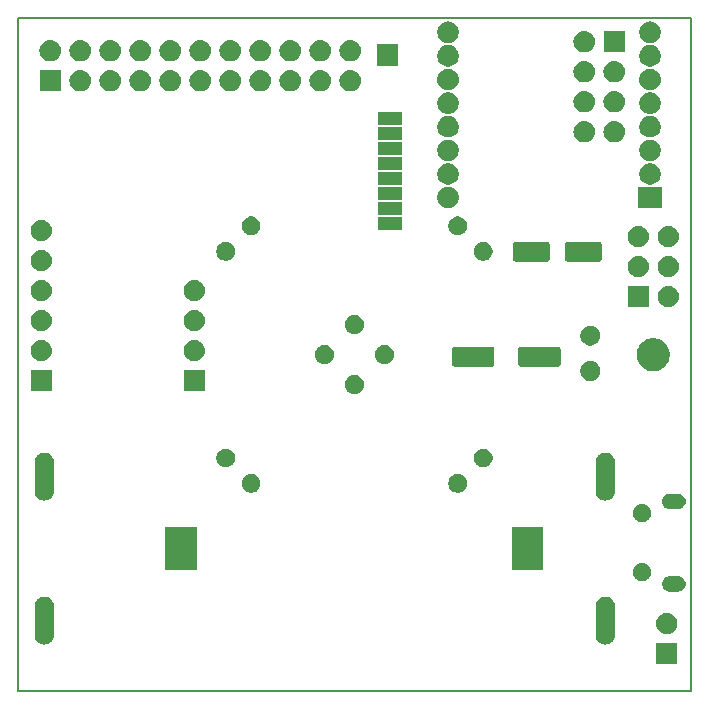
<source format=gbr>
%TF.GenerationSoftware,KiCad,Pcbnew,5.0.2-bee76a0~70~ubuntu18.04.1*%
%TF.CreationDate,2019-07-19T18:37:29+02:00*%
%TF.ProjectId,BT-Pcb-328P,42542d50-6362-42d3-9332-38502e6b6963,1.0*%
%TF.SameCoordinates,Original*%
%TF.FileFunction,Soldermask,Bot*%
%TF.FilePolarity,Negative*%
%FSLAX46Y46*%
G04 Gerber Fmt 4.6, Leading zero omitted, Abs format (unit mm)*
G04 Created by KiCad (PCBNEW 5.0.2-bee76a0~70~ubuntu18.04.1) date ven 19 lug 2019 18:37:29 CEST*
%MOMM*%
%LPD*%
G01*
G04 APERTURE LIST*
%ADD10C,0.150000*%
G04 APERTURE END LIST*
D10*
X184040000Y-138320000D02*
X184040000Y-81320000D01*
X127040000Y-138320000D02*
X127040000Y-81320000D01*
X127040000Y-138320000D02*
X184040000Y-138320000D01*
X127040000Y-81320000D02*
X184040000Y-81320000D01*
G36*
X182890000Y-136027000D02*
X181092000Y-136027000D01*
X181092000Y-134229000D01*
X182890000Y-134229000D01*
X182890000Y-136027000D01*
X182890000Y-136027000D01*
G37*
G36*
X129444983Y-130315734D02*
X129597857Y-130362108D01*
X129738747Y-130437415D01*
X129782528Y-130473345D01*
X129862239Y-130538761D01*
X129912912Y-130600507D01*
X129963585Y-130662252D01*
X130038892Y-130803142D01*
X130085266Y-130956016D01*
X130097000Y-131075156D01*
X130097000Y-133592844D01*
X130085266Y-133711984D01*
X130038892Y-133864858D01*
X129963585Y-134005748D01*
X129912911Y-134067493D01*
X129862239Y-134129239D01*
X129800493Y-134179911D01*
X129738748Y-134230585D01*
X129597858Y-134305892D01*
X129444984Y-134352266D01*
X129286000Y-134367924D01*
X129127017Y-134352266D01*
X128974143Y-134305892D01*
X128833253Y-134230585D01*
X128771508Y-134179911D01*
X128709762Y-134129239D01*
X128659090Y-134067493D01*
X128608416Y-134005748D01*
X128533109Y-133864858D01*
X128486735Y-133711984D01*
X128475001Y-133592844D01*
X128475000Y-131075157D01*
X128486734Y-130956017D01*
X128533108Y-130803143D01*
X128533109Y-130803142D01*
X128608415Y-130662253D01*
X128644345Y-130618472D01*
X128709761Y-130538761D01*
X128771507Y-130488089D01*
X128833252Y-130437415D01*
X128974142Y-130362108D01*
X129127016Y-130315734D01*
X129286000Y-130300076D01*
X129444983Y-130315734D01*
X129444983Y-130315734D01*
G37*
G36*
X176944983Y-130315734D02*
X177097857Y-130362108D01*
X177238747Y-130437415D01*
X177282528Y-130473345D01*
X177362239Y-130538761D01*
X177412912Y-130600507D01*
X177463585Y-130662252D01*
X177538892Y-130803142D01*
X177585266Y-130956016D01*
X177597000Y-131075156D01*
X177597000Y-133592844D01*
X177585266Y-133711984D01*
X177538892Y-133864858D01*
X177463585Y-134005748D01*
X177412912Y-134067493D01*
X177362239Y-134129239D01*
X177300493Y-134179911D01*
X177238748Y-134230585D01*
X177097858Y-134305892D01*
X176944984Y-134352266D01*
X176786000Y-134367924D01*
X176627017Y-134352266D01*
X176474143Y-134305892D01*
X176333253Y-134230585D01*
X176271508Y-134179911D01*
X176209762Y-134129239D01*
X176159090Y-134067493D01*
X176108416Y-134005748D01*
X176033109Y-133864858D01*
X175986735Y-133711984D01*
X175975001Y-133592844D01*
X175975000Y-131075157D01*
X175986734Y-130956017D01*
X176033108Y-130803143D01*
X176033109Y-130803142D01*
X176108415Y-130662253D01*
X176144345Y-130618472D01*
X176209761Y-130538761D01*
X176271507Y-130488089D01*
X176333252Y-130437415D01*
X176474142Y-130362108D01*
X176627016Y-130315734D01*
X176786000Y-130300076D01*
X176944983Y-130315734D01*
X176944983Y-130315734D01*
G37*
G36*
X182167234Y-131702008D02*
X182285291Y-131737820D01*
X182336697Y-131753414D01*
X182393659Y-131783861D01*
X182492872Y-131836891D01*
X182629764Y-131949236D01*
X182742109Y-132086128D01*
X182795139Y-132185341D01*
X182825586Y-132242303D01*
X182825586Y-132242304D01*
X182876992Y-132411766D01*
X182894349Y-132588000D01*
X182876992Y-132764234D01*
X182841180Y-132882291D01*
X182825586Y-132933697D01*
X182795139Y-132990659D01*
X182742109Y-133089872D01*
X182629764Y-133226764D01*
X182492872Y-133339109D01*
X182393659Y-133392139D01*
X182336697Y-133422586D01*
X182285291Y-133438180D01*
X182167234Y-133473992D01*
X182035159Y-133487000D01*
X181946841Y-133487000D01*
X181814766Y-133473992D01*
X181696709Y-133438180D01*
X181645303Y-133422586D01*
X181588341Y-133392139D01*
X181489128Y-133339109D01*
X181352236Y-133226764D01*
X181239891Y-133089872D01*
X181186861Y-132990659D01*
X181156414Y-132933697D01*
X181140820Y-132882291D01*
X181105008Y-132764234D01*
X181087651Y-132588000D01*
X181105008Y-132411766D01*
X181156414Y-132242304D01*
X181156414Y-132242303D01*
X181186861Y-132185341D01*
X181239891Y-132086128D01*
X181352236Y-131949236D01*
X181489128Y-131836891D01*
X181588341Y-131783861D01*
X181645303Y-131753414D01*
X181696709Y-131737820D01*
X181814766Y-131702008D01*
X181946841Y-131689000D01*
X182035159Y-131689000D01*
X182167234Y-131702008D01*
X182167234Y-131702008D01*
G37*
G36*
X183070726Y-128590390D02*
X183193063Y-128627501D01*
X183305810Y-128687765D01*
X183404633Y-128768867D01*
X183455793Y-128831205D01*
X183485734Y-128867689D01*
X183545999Y-128980437D01*
X183583110Y-129102774D01*
X183595640Y-129230000D01*
X183583110Y-129357226D01*
X183545999Y-129479563D01*
X183485735Y-129592310D01*
X183404633Y-129691133D01*
X183305810Y-129772235D01*
X183193063Y-129832499D01*
X183070726Y-129869610D01*
X182975384Y-129879000D01*
X182211616Y-129879000D01*
X182116274Y-129869610D01*
X181993937Y-129832499D01*
X181881190Y-129772235D01*
X181782367Y-129691133D01*
X181701265Y-129592310D01*
X181641001Y-129479563D01*
X181603890Y-129357226D01*
X181591360Y-129230000D01*
X181603890Y-129102774D01*
X181641001Y-128980437D01*
X181701266Y-128867689D01*
X181731208Y-128831205D01*
X181782367Y-128768867D01*
X181881190Y-128687765D01*
X181993937Y-128627501D01*
X182116274Y-128590390D01*
X182211616Y-128581000D01*
X182975384Y-128581000D01*
X183070726Y-128590390D01*
X183070726Y-128590390D01*
G37*
G36*
X180119267Y-127485744D02*
X180260126Y-127544090D01*
X180386044Y-127628226D01*
X180386899Y-127628797D01*
X180494703Y-127736601D01*
X180494705Y-127736604D01*
X180579410Y-127863374D01*
X180637756Y-128004233D01*
X180667500Y-128153768D01*
X180667500Y-128306232D01*
X180637756Y-128455767D01*
X180579410Y-128596626D01*
X180518513Y-128687765D01*
X180494703Y-128723399D01*
X180386899Y-128831203D01*
X180386896Y-128831205D01*
X180260126Y-128915910D01*
X180119267Y-128974256D01*
X179969733Y-129004000D01*
X179817267Y-129004000D01*
X179667733Y-128974256D01*
X179526874Y-128915910D01*
X179400104Y-128831205D01*
X179400101Y-128831203D01*
X179292297Y-128723399D01*
X179268487Y-128687765D01*
X179207590Y-128596626D01*
X179149244Y-128455767D01*
X179119500Y-128306232D01*
X179119500Y-128153768D01*
X179149244Y-128004233D01*
X179207590Y-127863374D01*
X179292295Y-127736604D01*
X179292297Y-127736601D01*
X179400101Y-127628797D01*
X179400956Y-127628226D01*
X179526874Y-127544090D01*
X179667733Y-127485744D01*
X179817267Y-127456000D01*
X179969733Y-127456000D01*
X180119267Y-127485744D01*
X180119267Y-127485744D01*
G37*
G36*
X171539000Y-128042000D02*
X168901000Y-128042000D01*
X168901000Y-124434000D01*
X171539000Y-124434000D01*
X171539000Y-128042000D01*
X171539000Y-128042000D01*
G37*
G36*
X142179000Y-128042000D02*
X139541000Y-128042000D01*
X139541000Y-124434000D01*
X142179000Y-124434000D01*
X142179000Y-128042000D01*
X142179000Y-128042000D01*
G37*
G36*
X180088193Y-122479563D02*
X180119267Y-122485744D01*
X180260126Y-122544090D01*
X180386044Y-122628226D01*
X180386899Y-122628797D01*
X180494703Y-122736601D01*
X180494705Y-122736604D01*
X180579410Y-122863374D01*
X180637756Y-123004233D01*
X180667500Y-123153768D01*
X180667500Y-123306232D01*
X180637756Y-123455767D01*
X180579410Y-123596626D01*
X180495274Y-123722544D01*
X180494703Y-123723399D01*
X180386899Y-123831203D01*
X180386896Y-123831205D01*
X180260126Y-123915910D01*
X180119267Y-123974256D01*
X179969733Y-124004000D01*
X179817267Y-124004000D01*
X179667733Y-123974256D01*
X179526874Y-123915910D01*
X179400104Y-123831205D01*
X179400101Y-123831203D01*
X179292297Y-123723399D01*
X179291726Y-123722544D01*
X179207590Y-123596626D01*
X179149244Y-123455767D01*
X179119500Y-123306232D01*
X179119500Y-123153768D01*
X179149244Y-123004233D01*
X179207590Y-122863374D01*
X179292295Y-122736604D01*
X179292297Y-122736601D01*
X179400101Y-122628797D01*
X179400956Y-122628226D01*
X179526874Y-122544090D01*
X179667733Y-122485744D01*
X179698807Y-122479563D01*
X179817267Y-122456000D01*
X179969733Y-122456000D01*
X180088193Y-122479563D01*
X180088193Y-122479563D01*
G37*
G36*
X183070726Y-121590390D02*
X183193063Y-121627501D01*
X183305810Y-121687765D01*
X183305812Y-121687766D01*
X183305811Y-121687766D01*
X183404633Y-121768867D01*
X183485734Y-121867689D01*
X183545999Y-121980437D01*
X183583110Y-122102774D01*
X183595640Y-122230000D01*
X183583110Y-122357226D01*
X183553147Y-122456000D01*
X183545999Y-122479563D01*
X183485735Y-122592310D01*
X183404633Y-122691133D01*
X183305810Y-122772235D01*
X183193063Y-122832499D01*
X183070726Y-122869610D01*
X182975384Y-122879000D01*
X182211616Y-122879000D01*
X182116274Y-122869610D01*
X181993937Y-122832499D01*
X181881190Y-122772235D01*
X181782367Y-122691133D01*
X181701265Y-122592310D01*
X181641001Y-122479563D01*
X181633853Y-122456000D01*
X181603890Y-122357226D01*
X181591360Y-122230000D01*
X181603890Y-122102774D01*
X181641001Y-121980437D01*
X181701266Y-121867689D01*
X181782367Y-121768867D01*
X181881189Y-121687766D01*
X181881188Y-121687766D01*
X181881190Y-121687765D01*
X181993937Y-121627501D01*
X182116274Y-121590390D01*
X182211616Y-121581000D01*
X182975384Y-121581000D01*
X183070726Y-121590390D01*
X183070726Y-121590390D01*
G37*
G36*
X176942984Y-118123734D02*
X177095858Y-118170108D01*
X177236748Y-118245415D01*
X177298493Y-118296088D01*
X177360239Y-118346761D01*
X177410912Y-118408507D01*
X177461585Y-118470252D01*
X177536892Y-118611142D01*
X177583266Y-118764016D01*
X177595000Y-118883156D01*
X177595000Y-121400844D01*
X177583266Y-121519984D01*
X177561908Y-121590390D01*
X177536892Y-121672858D01*
X177461585Y-121813748D01*
X177417316Y-121867689D01*
X177360239Y-121937239D01*
X177280528Y-122002655D01*
X177236747Y-122038585D01*
X177116657Y-122102774D01*
X177095857Y-122113892D01*
X176942983Y-122160266D01*
X176784000Y-122175924D01*
X176625016Y-122160266D01*
X176472142Y-122113892D01*
X176451342Y-122102774D01*
X176331252Y-122038585D01*
X176260399Y-121980437D01*
X176207761Y-121937239D01*
X176142345Y-121857528D01*
X176106415Y-121813747D01*
X176031108Y-121672857D01*
X175984734Y-121519983D01*
X175973000Y-121400843D01*
X175973001Y-118883156D01*
X175984735Y-118764016D01*
X176031109Y-118611142D01*
X176106416Y-118470252D01*
X176157089Y-118408507D01*
X176207762Y-118346761D01*
X176269508Y-118296088D01*
X176331253Y-118245415D01*
X176472143Y-118170108D01*
X176625017Y-118123734D01*
X176784000Y-118108076D01*
X176942984Y-118123734D01*
X176942984Y-118123734D01*
G37*
G36*
X129442984Y-118123734D02*
X129595858Y-118170108D01*
X129736748Y-118245415D01*
X129798493Y-118296088D01*
X129860239Y-118346761D01*
X129910912Y-118408507D01*
X129961585Y-118470252D01*
X130036892Y-118611142D01*
X130083266Y-118764016D01*
X130095000Y-118883156D01*
X130095000Y-121400844D01*
X130083266Y-121519984D01*
X130061908Y-121590390D01*
X130036892Y-121672858D01*
X129961585Y-121813748D01*
X129917316Y-121867689D01*
X129860239Y-121937239D01*
X129780528Y-122002655D01*
X129736747Y-122038585D01*
X129616657Y-122102774D01*
X129595857Y-122113892D01*
X129442983Y-122160266D01*
X129284000Y-122175924D01*
X129125016Y-122160266D01*
X128972142Y-122113892D01*
X128951342Y-122102774D01*
X128831252Y-122038585D01*
X128760399Y-121980437D01*
X128707761Y-121937239D01*
X128642345Y-121857528D01*
X128606415Y-121813747D01*
X128531108Y-121672857D01*
X128484734Y-121519983D01*
X128473000Y-121400843D01*
X128473001Y-118883156D01*
X128484735Y-118764016D01*
X128531109Y-118611142D01*
X128606416Y-118470252D01*
X128657089Y-118408507D01*
X128707762Y-118346761D01*
X128769508Y-118296088D01*
X128831253Y-118245415D01*
X128972143Y-118170108D01*
X129125017Y-118123734D01*
X129284000Y-118108076D01*
X129442984Y-118123734D01*
X129442984Y-118123734D01*
G37*
G36*
X164523060Y-119951705D02*
X164668468Y-120011935D01*
X164799333Y-120099376D01*
X164910624Y-120210667D01*
X164998065Y-120341532D01*
X165058295Y-120486940D01*
X165089000Y-120641305D01*
X165089000Y-120798695D01*
X165058295Y-120953060D01*
X164998065Y-121098468D01*
X164910624Y-121229333D01*
X164799333Y-121340624D01*
X164668468Y-121428065D01*
X164523060Y-121488295D01*
X164368695Y-121519000D01*
X164211305Y-121519000D01*
X164056940Y-121488295D01*
X163911532Y-121428065D01*
X163780667Y-121340624D01*
X163669376Y-121229333D01*
X163581935Y-121098468D01*
X163521705Y-120953060D01*
X163491000Y-120798695D01*
X163491000Y-120641305D01*
X163521705Y-120486940D01*
X163581935Y-120341532D01*
X163669376Y-120210667D01*
X163780667Y-120099376D01*
X163911532Y-120011935D01*
X164056940Y-119951705D01*
X164211305Y-119921000D01*
X164368695Y-119921000D01*
X164523060Y-119951705D01*
X164523060Y-119951705D01*
G37*
G36*
X147023060Y-119951705D02*
X147168468Y-120011935D01*
X147299333Y-120099376D01*
X147410624Y-120210667D01*
X147498065Y-120341532D01*
X147558295Y-120486940D01*
X147589000Y-120641305D01*
X147589000Y-120798695D01*
X147558295Y-120953060D01*
X147498065Y-121098468D01*
X147410624Y-121229333D01*
X147299333Y-121340624D01*
X147168468Y-121428065D01*
X147023060Y-121488295D01*
X146868695Y-121519000D01*
X146711305Y-121519000D01*
X146556940Y-121488295D01*
X146411532Y-121428065D01*
X146280667Y-121340624D01*
X146169376Y-121229333D01*
X146081935Y-121098468D01*
X146021705Y-120953060D01*
X145991000Y-120798695D01*
X145991000Y-120641305D01*
X146021705Y-120486940D01*
X146081935Y-120341532D01*
X146169376Y-120210667D01*
X146280667Y-120099376D01*
X146411532Y-120011935D01*
X146556940Y-119951705D01*
X146711305Y-119921000D01*
X146868695Y-119921000D01*
X147023060Y-119951705D01*
X147023060Y-119951705D01*
G37*
G36*
X166673060Y-117801705D02*
X166818468Y-117861935D01*
X166949333Y-117949376D01*
X167060624Y-118060667D01*
X167148065Y-118191532D01*
X167208295Y-118336940D01*
X167239000Y-118491305D01*
X167239000Y-118648695D01*
X167208295Y-118803060D01*
X167148065Y-118948468D01*
X167060624Y-119079333D01*
X166949333Y-119190624D01*
X166818468Y-119278065D01*
X166673060Y-119338295D01*
X166518695Y-119369000D01*
X166361305Y-119369000D01*
X166206940Y-119338295D01*
X166061532Y-119278065D01*
X165930667Y-119190624D01*
X165819376Y-119079333D01*
X165731935Y-118948468D01*
X165671705Y-118803060D01*
X165641000Y-118648695D01*
X165641000Y-118491305D01*
X165671705Y-118336940D01*
X165731935Y-118191532D01*
X165819376Y-118060667D01*
X165930667Y-117949376D01*
X166061532Y-117861935D01*
X166206940Y-117801705D01*
X166361305Y-117771000D01*
X166518695Y-117771000D01*
X166673060Y-117801705D01*
X166673060Y-117801705D01*
G37*
G36*
X144873060Y-117801705D02*
X145018468Y-117861935D01*
X145149333Y-117949376D01*
X145260624Y-118060667D01*
X145348065Y-118191532D01*
X145408295Y-118336940D01*
X145439000Y-118491305D01*
X145439000Y-118648695D01*
X145408295Y-118803060D01*
X145348065Y-118948468D01*
X145260624Y-119079333D01*
X145149333Y-119190624D01*
X145018468Y-119278065D01*
X144873060Y-119338295D01*
X144718695Y-119369000D01*
X144561305Y-119369000D01*
X144406940Y-119338295D01*
X144261532Y-119278065D01*
X144130667Y-119190624D01*
X144019376Y-119079333D01*
X143931935Y-118948468D01*
X143871705Y-118803060D01*
X143841000Y-118648695D01*
X143841000Y-118491305D01*
X143871705Y-118336940D01*
X143931935Y-118191532D01*
X144019376Y-118060667D01*
X144130667Y-117949376D01*
X144261532Y-117861935D01*
X144406940Y-117801705D01*
X144561305Y-117771000D01*
X144718695Y-117771000D01*
X144873060Y-117801705D01*
X144873060Y-117801705D01*
G37*
G36*
X155776560Y-111580166D02*
X155924153Y-111641301D01*
X156056535Y-111729756D01*
X156056985Y-111730057D01*
X156169943Y-111843015D01*
X156169945Y-111843018D01*
X156258699Y-111975847D01*
X156319834Y-112123440D01*
X156351000Y-112280123D01*
X156351000Y-112439877D01*
X156319834Y-112596560D01*
X156258699Y-112744153D01*
X156170244Y-112876535D01*
X156169943Y-112876985D01*
X156056985Y-112989943D01*
X156056982Y-112989945D01*
X155924153Y-113078699D01*
X155776560Y-113139834D01*
X155619877Y-113171000D01*
X155460123Y-113171000D01*
X155303440Y-113139834D01*
X155155847Y-113078699D01*
X155023018Y-112989945D01*
X155023015Y-112989943D01*
X154910057Y-112876985D01*
X154909756Y-112876535D01*
X154821301Y-112744153D01*
X154760166Y-112596560D01*
X154729000Y-112439877D01*
X154729000Y-112280123D01*
X154760166Y-112123440D01*
X154821301Y-111975847D01*
X154910055Y-111843018D01*
X154910057Y-111843015D01*
X155023015Y-111730057D01*
X155023465Y-111729756D01*
X155155847Y-111641301D01*
X155303440Y-111580166D01*
X155460123Y-111549000D01*
X155619877Y-111549000D01*
X155776560Y-111580166D01*
X155776560Y-111580166D01*
G37*
G36*
X129931000Y-112913000D02*
X128133000Y-112913000D01*
X128133000Y-111115000D01*
X129931000Y-111115000D01*
X129931000Y-112913000D01*
X129931000Y-112913000D01*
G37*
G36*
X142885000Y-112913000D02*
X141087000Y-112913000D01*
X141087000Y-111115000D01*
X142885000Y-111115000D01*
X142885000Y-112913000D01*
X142885000Y-112913000D01*
G37*
G36*
X175761643Y-110387626D02*
X175916153Y-110451626D01*
X176055207Y-110544539D01*
X176173461Y-110662793D01*
X176266374Y-110801847D01*
X176330374Y-110956357D01*
X176363000Y-111120379D01*
X176363000Y-111287621D01*
X176330374Y-111451643D01*
X176266374Y-111606153D01*
X176173461Y-111745207D01*
X176055207Y-111863461D01*
X175916153Y-111956374D01*
X175761643Y-112020374D01*
X175597621Y-112053000D01*
X175430379Y-112053000D01*
X175266357Y-112020374D01*
X175111847Y-111956374D01*
X174972793Y-111863461D01*
X174854539Y-111745207D01*
X174761626Y-111606153D01*
X174697626Y-111451643D01*
X174665000Y-111287621D01*
X174665000Y-111120379D01*
X174697626Y-110956357D01*
X174761626Y-110801847D01*
X174854539Y-110662793D01*
X174972793Y-110544539D01*
X175111847Y-110451626D01*
X175266357Y-110387626D01*
X175430379Y-110355000D01*
X175597621Y-110355000D01*
X175761643Y-110387626D01*
X175761643Y-110387626D01*
G37*
G36*
X181256072Y-108474762D02*
X181405215Y-108536539D01*
X181510675Y-108580222D01*
X181549483Y-108606153D01*
X181739813Y-108733327D01*
X181934673Y-108928187D01*
X182018070Y-109053000D01*
X182087778Y-109157325D01*
X182096223Y-109177713D01*
X182193238Y-109411928D01*
X182247000Y-109682209D01*
X182247000Y-109957791D01*
X182193238Y-110228072D01*
X182138595Y-110359991D01*
X182087778Y-110482675D01*
X182032310Y-110565688D01*
X181934673Y-110711813D01*
X181739813Y-110906673D01*
X181665455Y-110956357D01*
X181510675Y-111059778D01*
X181405215Y-111103461D01*
X181256072Y-111165238D01*
X180985791Y-111219000D01*
X180710209Y-111219000D01*
X180439928Y-111165238D01*
X180290785Y-111103461D01*
X180185325Y-111059778D01*
X180030545Y-110956357D01*
X179956187Y-110906673D01*
X179761327Y-110711813D01*
X179663690Y-110565688D01*
X179608222Y-110482675D01*
X179557405Y-110359991D01*
X179502762Y-110228072D01*
X179449000Y-109957791D01*
X179449000Y-109682209D01*
X179502762Y-109411928D01*
X179599777Y-109177713D01*
X179608222Y-109157325D01*
X179677930Y-109053000D01*
X179761327Y-108928187D01*
X179956187Y-108733327D01*
X180146517Y-108606153D01*
X180185325Y-108580222D01*
X180290785Y-108536539D01*
X180439928Y-108474762D01*
X180710209Y-108421000D01*
X180985791Y-108421000D01*
X181256072Y-108474762D01*
X181256072Y-108474762D01*
G37*
G36*
X172815069Y-109137674D02*
X172858346Y-109150802D01*
X172898231Y-109172121D01*
X172933189Y-109200811D01*
X172961879Y-109235769D01*
X172983198Y-109275654D01*
X172996326Y-109318931D01*
X173001000Y-109366391D01*
X173001000Y-110597609D01*
X172996326Y-110645069D01*
X172983198Y-110688346D01*
X172961879Y-110728231D01*
X172933189Y-110763189D01*
X172898231Y-110791879D01*
X172858346Y-110813198D01*
X172815069Y-110826326D01*
X172767609Y-110831000D01*
X169636391Y-110831000D01*
X169588931Y-110826326D01*
X169545654Y-110813198D01*
X169505769Y-110791879D01*
X169470811Y-110763189D01*
X169442121Y-110728231D01*
X169420802Y-110688346D01*
X169407674Y-110645069D01*
X169403000Y-110597609D01*
X169403000Y-109366391D01*
X169407674Y-109318931D01*
X169420802Y-109275654D01*
X169442121Y-109235769D01*
X169470811Y-109200811D01*
X169505769Y-109172121D01*
X169545654Y-109150802D01*
X169588931Y-109137674D01*
X169636391Y-109133000D01*
X172767609Y-109133000D01*
X172815069Y-109137674D01*
X172815069Y-109137674D01*
G37*
G36*
X167215069Y-109137674D02*
X167258346Y-109150802D01*
X167298231Y-109172121D01*
X167333189Y-109200811D01*
X167361879Y-109235769D01*
X167383198Y-109275654D01*
X167396326Y-109318931D01*
X167401000Y-109366391D01*
X167401000Y-110597609D01*
X167396326Y-110645069D01*
X167383198Y-110688346D01*
X167361879Y-110728231D01*
X167333189Y-110763189D01*
X167298231Y-110791879D01*
X167258346Y-110813198D01*
X167215069Y-110826326D01*
X167167609Y-110831000D01*
X164036391Y-110831000D01*
X163988931Y-110826326D01*
X163945654Y-110813198D01*
X163905769Y-110791879D01*
X163870811Y-110763189D01*
X163842121Y-110728231D01*
X163820802Y-110688346D01*
X163807674Y-110645069D01*
X163803000Y-110597609D01*
X163803000Y-109366391D01*
X163807674Y-109318931D01*
X163820802Y-109275654D01*
X163842121Y-109235769D01*
X163870811Y-109200811D01*
X163905769Y-109172121D01*
X163945654Y-109150802D01*
X163988931Y-109137674D01*
X164036391Y-109133000D01*
X167167609Y-109133000D01*
X167215069Y-109137674D01*
X167215069Y-109137674D01*
G37*
G36*
X158316560Y-109040166D02*
X158464153Y-109101301D01*
X158570142Y-109172121D01*
X158596985Y-109190057D01*
X158709943Y-109303015D01*
X158709945Y-109303018D01*
X158798699Y-109435847D01*
X158859834Y-109583440D01*
X158891000Y-109740123D01*
X158891000Y-109899877D01*
X158859834Y-110056560D01*
X158798699Y-110204153D01*
X158710244Y-110336535D01*
X158709943Y-110336985D01*
X158596985Y-110449943D01*
X158596982Y-110449945D01*
X158464153Y-110538699D01*
X158316560Y-110599834D01*
X158159877Y-110631000D01*
X158000123Y-110631000D01*
X157843440Y-110599834D01*
X157695847Y-110538699D01*
X157563018Y-110449945D01*
X157563015Y-110449943D01*
X157450057Y-110336985D01*
X157449756Y-110336535D01*
X157361301Y-110204153D01*
X157300166Y-110056560D01*
X157269000Y-109899877D01*
X157269000Y-109740123D01*
X157300166Y-109583440D01*
X157361301Y-109435847D01*
X157450055Y-109303018D01*
X157450057Y-109303015D01*
X157563015Y-109190057D01*
X157589858Y-109172121D01*
X157695847Y-109101301D01*
X157843440Y-109040166D01*
X158000123Y-109009000D01*
X158159877Y-109009000D01*
X158316560Y-109040166D01*
X158316560Y-109040166D01*
G37*
G36*
X153236560Y-109040166D02*
X153384153Y-109101301D01*
X153490142Y-109172121D01*
X153516985Y-109190057D01*
X153629943Y-109303015D01*
X153629945Y-109303018D01*
X153718699Y-109435847D01*
X153779834Y-109583440D01*
X153811000Y-109740123D01*
X153811000Y-109899877D01*
X153779834Y-110056560D01*
X153718699Y-110204153D01*
X153630244Y-110336535D01*
X153629943Y-110336985D01*
X153516985Y-110449943D01*
X153516982Y-110449945D01*
X153384153Y-110538699D01*
X153236560Y-110599834D01*
X153079877Y-110631000D01*
X152920123Y-110631000D01*
X152763440Y-110599834D01*
X152615847Y-110538699D01*
X152483018Y-110449945D01*
X152483015Y-110449943D01*
X152370057Y-110336985D01*
X152369756Y-110336535D01*
X152281301Y-110204153D01*
X152220166Y-110056560D01*
X152189000Y-109899877D01*
X152189000Y-109740123D01*
X152220166Y-109583440D01*
X152281301Y-109435847D01*
X152370055Y-109303018D01*
X152370057Y-109303015D01*
X152483015Y-109190057D01*
X152509858Y-109172121D01*
X152615847Y-109101301D01*
X152763440Y-109040166D01*
X152920123Y-109009000D01*
X153079877Y-109009000D01*
X153236560Y-109040166D01*
X153236560Y-109040166D01*
G37*
G36*
X129208234Y-108588008D02*
X129326291Y-108623820D01*
X129377697Y-108639414D01*
X129434659Y-108669861D01*
X129533872Y-108722891D01*
X129670764Y-108835236D01*
X129783109Y-108972128D01*
X129836139Y-109071341D01*
X129866586Y-109128303D01*
X129875390Y-109157326D01*
X129917992Y-109297766D01*
X129935349Y-109474000D01*
X129917992Y-109650234D01*
X129890724Y-109740123D01*
X129866586Y-109819697D01*
X129836139Y-109876659D01*
X129783109Y-109975872D01*
X129670764Y-110112764D01*
X129533872Y-110225109D01*
X129434659Y-110278139D01*
X129377697Y-110308586D01*
X129326291Y-110324180D01*
X129208234Y-110359992D01*
X129076159Y-110373000D01*
X128987841Y-110373000D01*
X128855766Y-110359992D01*
X128737709Y-110324180D01*
X128686303Y-110308586D01*
X128629341Y-110278139D01*
X128530128Y-110225109D01*
X128393236Y-110112764D01*
X128280891Y-109975872D01*
X128227861Y-109876659D01*
X128197414Y-109819697D01*
X128173276Y-109740123D01*
X128146008Y-109650234D01*
X128128651Y-109474000D01*
X128146008Y-109297766D01*
X128188610Y-109157326D01*
X128197414Y-109128303D01*
X128227861Y-109071341D01*
X128280891Y-108972128D01*
X128393236Y-108835236D01*
X128530128Y-108722891D01*
X128629341Y-108669861D01*
X128686303Y-108639414D01*
X128737709Y-108623820D01*
X128855766Y-108588008D01*
X128987841Y-108575000D01*
X129076159Y-108575000D01*
X129208234Y-108588008D01*
X129208234Y-108588008D01*
G37*
G36*
X142162234Y-108588008D02*
X142280291Y-108623820D01*
X142331697Y-108639414D01*
X142388659Y-108669861D01*
X142487872Y-108722891D01*
X142624764Y-108835236D01*
X142737109Y-108972128D01*
X142790139Y-109071341D01*
X142820586Y-109128303D01*
X142829390Y-109157326D01*
X142871992Y-109297766D01*
X142889349Y-109474000D01*
X142871992Y-109650234D01*
X142844724Y-109740123D01*
X142820586Y-109819697D01*
X142790139Y-109876659D01*
X142737109Y-109975872D01*
X142624764Y-110112764D01*
X142487872Y-110225109D01*
X142388659Y-110278139D01*
X142331697Y-110308586D01*
X142280291Y-110324180D01*
X142162234Y-110359992D01*
X142030159Y-110373000D01*
X141941841Y-110373000D01*
X141809766Y-110359992D01*
X141691709Y-110324180D01*
X141640303Y-110308586D01*
X141583341Y-110278139D01*
X141484128Y-110225109D01*
X141347236Y-110112764D01*
X141234891Y-109975872D01*
X141181861Y-109876659D01*
X141151414Y-109819697D01*
X141127276Y-109740123D01*
X141100008Y-109650234D01*
X141082651Y-109474000D01*
X141100008Y-109297766D01*
X141142610Y-109157326D01*
X141151414Y-109128303D01*
X141181861Y-109071341D01*
X141234891Y-108972128D01*
X141347236Y-108835236D01*
X141484128Y-108722891D01*
X141583341Y-108669861D01*
X141640303Y-108639414D01*
X141691709Y-108623820D01*
X141809766Y-108588008D01*
X141941841Y-108575000D01*
X142030159Y-108575000D01*
X142162234Y-108588008D01*
X142162234Y-108588008D01*
G37*
G36*
X175761643Y-107387626D02*
X175916153Y-107451626D01*
X176055207Y-107544539D01*
X176173461Y-107662793D01*
X176266374Y-107801847D01*
X176330374Y-107956357D01*
X176363000Y-108120379D01*
X176363000Y-108287621D01*
X176330374Y-108451643D01*
X176266374Y-108606153D01*
X176173461Y-108745207D01*
X176055207Y-108863461D01*
X175916153Y-108956374D01*
X175761643Y-109020374D01*
X175597621Y-109053000D01*
X175430379Y-109053000D01*
X175266357Y-109020374D01*
X175111847Y-108956374D01*
X174972793Y-108863461D01*
X174854539Y-108745207D01*
X174761626Y-108606153D01*
X174697626Y-108451643D01*
X174665000Y-108287621D01*
X174665000Y-108120379D01*
X174697626Y-107956357D01*
X174761626Y-107801847D01*
X174854539Y-107662793D01*
X174972793Y-107544539D01*
X175111847Y-107451626D01*
X175266357Y-107387626D01*
X175430379Y-107355000D01*
X175597621Y-107355000D01*
X175761643Y-107387626D01*
X175761643Y-107387626D01*
G37*
G36*
X155776560Y-106500166D02*
X155924153Y-106561301D01*
X156056535Y-106649756D01*
X156056985Y-106650057D01*
X156169943Y-106763015D01*
X156169945Y-106763018D01*
X156258699Y-106895847D01*
X156319834Y-107043440D01*
X156351000Y-107200123D01*
X156351000Y-107359877D01*
X156319834Y-107516560D01*
X156258699Y-107664153D01*
X156170244Y-107796535D01*
X156169943Y-107796985D01*
X156056985Y-107909943D01*
X156056982Y-107909945D01*
X155924153Y-107998699D01*
X155776560Y-108059834D01*
X155619877Y-108091000D01*
X155460123Y-108091000D01*
X155303440Y-108059834D01*
X155155847Y-107998699D01*
X155023018Y-107909945D01*
X155023015Y-107909943D01*
X154910057Y-107796985D01*
X154909756Y-107796535D01*
X154821301Y-107664153D01*
X154760166Y-107516560D01*
X154729000Y-107359877D01*
X154729000Y-107200123D01*
X154760166Y-107043440D01*
X154821301Y-106895847D01*
X154910055Y-106763018D01*
X154910057Y-106763015D01*
X155023015Y-106650057D01*
X155023465Y-106649756D01*
X155155847Y-106561301D01*
X155303440Y-106500166D01*
X155460123Y-106469000D01*
X155619877Y-106469000D01*
X155776560Y-106500166D01*
X155776560Y-106500166D01*
G37*
G36*
X142162234Y-106048008D02*
X142280291Y-106083820D01*
X142331697Y-106099414D01*
X142388659Y-106129861D01*
X142487872Y-106182891D01*
X142624764Y-106295236D01*
X142737109Y-106432128D01*
X142790139Y-106531341D01*
X142820586Y-106588303D01*
X142820586Y-106588304D01*
X142871992Y-106757766D01*
X142889349Y-106934000D01*
X142871992Y-107110234D01*
X142844724Y-107200123D01*
X142820586Y-107279697D01*
X142790139Y-107336659D01*
X142737109Y-107435872D01*
X142624764Y-107572764D01*
X142487872Y-107685109D01*
X142388659Y-107738139D01*
X142331697Y-107768586D01*
X142280291Y-107784180D01*
X142162234Y-107819992D01*
X142030159Y-107833000D01*
X141941841Y-107833000D01*
X141809766Y-107819992D01*
X141691709Y-107784180D01*
X141640303Y-107768586D01*
X141583341Y-107738139D01*
X141484128Y-107685109D01*
X141347236Y-107572764D01*
X141234891Y-107435872D01*
X141181861Y-107336659D01*
X141151414Y-107279697D01*
X141127276Y-107200123D01*
X141100008Y-107110234D01*
X141082651Y-106934000D01*
X141100008Y-106757766D01*
X141151414Y-106588304D01*
X141151414Y-106588303D01*
X141181861Y-106531341D01*
X141234891Y-106432128D01*
X141347236Y-106295236D01*
X141484128Y-106182891D01*
X141583341Y-106129861D01*
X141640303Y-106099414D01*
X141691709Y-106083820D01*
X141809766Y-106048008D01*
X141941841Y-106035000D01*
X142030159Y-106035000D01*
X142162234Y-106048008D01*
X142162234Y-106048008D01*
G37*
G36*
X129208234Y-106048008D02*
X129326291Y-106083820D01*
X129377697Y-106099414D01*
X129434659Y-106129861D01*
X129533872Y-106182891D01*
X129670764Y-106295236D01*
X129783109Y-106432128D01*
X129836139Y-106531341D01*
X129866586Y-106588303D01*
X129866586Y-106588304D01*
X129917992Y-106757766D01*
X129935349Y-106934000D01*
X129917992Y-107110234D01*
X129890724Y-107200123D01*
X129866586Y-107279697D01*
X129836139Y-107336659D01*
X129783109Y-107435872D01*
X129670764Y-107572764D01*
X129533872Y-107685109D01*
X129434659Y-107738139D01*
X129377697Y-107768586D01*
X129326291Y-107784180D01*
X129208234Y-107819992D01*
X129076159Y-107833000D01*
X128987841Y-107833000D01*
X128855766Y-107819992D01*
X128737709Y-107784180D01*
X128686303Y-107768586D01*
X128629341Y-107738139D01*
X128530128Y-107685109D01*
X128393236Y-107572764D01*
X128280891Y-107435872D01*
X128227861Y-107336659D01*
X128197414Y-107279697D01*
X128173276Y-107200123D01*
X128146008Y-107110234D01*
X128128651Y-106934000D01*
X128146008Y-106757766D01*
X128197414Y-106588304D01*
X128197414Y-106588303D01*
X128227861Y-106531341D01*
X128280891Y-106432128D01*
X128393236Y-106295236D01*
X128530128Y-106182891D01*
X128629341Y-106129861D01*
X128686303Y-106099414D01*
X128737709Y-106083820D01*
X128855766Y-106048008D01*
X128987841Y-106035000D01*
X129076159Y-106035000D01*
X129208234Y-106048008D01*
X129208234Y-106048008D01*
G37*
G36*
X180477000Y-105801000D02*
X178679000Y-105801000D01*
X178679000Y-104003000D01*
X180477000Y-104003000D01*
X180477000Y-105801000D01*
X180477000Y-105801000D01*
G37*
G36*
X182294234Y-104016008D02*
X182400696Y-104048303D01*
X182463697Y-104067414D01*
X182520659Y-104097861D01*
X182619872Y-104150891D01*
X182756764Y-104263236D01*
X182869109Y-104400128D01*
X182922139Y-104499341D01*
X182952586Y-104556303D01*
X182952586Y-104556304D01*
X183003992Y-104725766D01*
X183021349Y-104902000D01*
X183003992Y-105078234D01*
X182968180Y-105196291D01*
X182952586Y-105247697D01*
X182935324Y-105279991D01*
X182869109Y-105403872D01*
X182756764Y-105540764D01*
X182619872Y-105653109D01*
X182520659Y-105706139D01*
X182463697Y-105736586D01*
X182412291Y-105752180D01*
X182294234Y-105787992D01*
X182162159Y-105801000D01*
X182073841Y-105801000D01*
X181941766Y-105787992D01*
X181823709Y-105752180D01*
X181772303Y-105736586D01*
X181715341Y-105706139D01*
X181616128Y-105653109D01*
X181479236Y-105540764D01*
X181366891Y-105403872D01*
X181300676Y-105279991D01*
X181283414Y-105247697D01*
X181267820Y-105196291D01*
X181232008Y-105078234D01*
X181214651Y-104902000D01*
X181232008Y-104725766D01*
X181283414Y-104556304D01*
X181283414Y-104556303D01*
X181313861Y-104499341D01*
X181366891Y-104400128D01*
X181479236Y-104263236D01*
X181616128Y-104150891D01*
X181715341Y-104097861D01*
X181772303Y-104067414D01*
X181835304Y-104048303D01*
X181941766Y-104016008D01*
X182073841Y-104003000D01*
X182162159Y-104003000D01*
X182294234Y-104016008D01*
X182294234Y-104016008D01*
G37*
G36*
X142162234Y-103508008D02*
X142280291Y-103543820D01*
X142331697Y-103559414D01*
X142388659Y-103589861D01*
X142487872Y-103642891D01*
X142624764Y-103755236D01*
X142737109Y-103892128D01*
X142790139Y-103991341D01*
X142820586Y-104048303D01*
X142820586Y-104048304D01*
X142871992Y-104217766D01*
X142889349Y-104394000D01*
X142871992Y-104570234D01*
X142836180Y-104688291D01*
X142820586Y-104739697D01*
X142790139Y-104796659D01*
X142737109Y-104895872D01*
X142624764Y-105032764D01*
X142487872Y-105145109D01*
X142388659Y-105198139D01*
X142331697Y-105228586D01*
X142280291Y-105244180D01*
X142162234Y-105279992D01*
X142030159Y-105293000D01*
X141941841Y-105293000D01*
X141809766Y-105279992D01*
X141691709Y-105244180D01*
X141640303Y-105228586D01*
X141583341Y-105198139D01*
X141484128Y-105145109D01*
X141347236Y-105032764D01*
X141234891Y-104895872D01*
X141181861Y-104796659D01*
X141151414Y-104739697D01*
X141135820Y-104688291D01*
X141100008Y-104570234D01*
X141082651Y-104394000D01*
X141100008Y-104217766D01*
X141151414Y-104048304D01*
X141151414Y-104048303D01*
X141181861Y-103991341D01*
X141234891Y-103892128D01*
X141347236Y-103755236D01*
X141484128Y-103642891D01*
X141583341Y-103589861D01*
X141640303Y-103559414D01*
X141691709Y-103543820D01*
X141809766Y-103508008D01*
X141941841Y-103495000D01*
X142030159Y-103495000D01*
X142162234Y-103508008D01*
X142162234Y-103508008D01*
G37*
G36*
X129208234Y-103508008D02*
X129326291Y-103543820D01*
X129377697Y-103559414D01*
X129434659Y-103589861D01*
X129533872Y-103642891D01*
X129670764Y-103755236D01*
X129783109Y-103892128D01*
X129836139Y-103991341D01*
X129866586Y-104048303D01*
X129866586Y-104048304D01*
X129917992Y-104217766D01*
X129935349Y-104394000D01*
X129917992Y-104570234D01*
X129882180Y-104688291D01*
X129866586Y-104739697D01*
X129836139Y-104796659D01*
X129783109Y-104895872D01*
X129670764Y-105032764D01*
X129533872Y-105145109D01*
X129434659Y-105198139D01*
X129377697Y-105228586D01*
X129326291Y-105244180D01*
X129208234Y-105279992D01*
X129076159Y-105293000D01*
X128987841Y-105293000D01*
X128855766Y-105279992D01*
X128737709Y-105244180D01*
X128686303Y-105228586D01*
X128629341Y-105198139D01*
X128530128Y-105145109D01*
X128393236Y-105032764D01*
X128280891Y-104895872D01*
X128227861Y-104796659D01*
X128197414Y-104739697D01*
X128181820Y-104688291D01*
X128146008Y-104570234D01*
X128128651Y-104394000D01*
X128146008Y-104217766D01*
X128197414Y-104048304D01*
X128197414Y-104048303D01*
X128227861Y-103991341D01*
X128280891Y-103892128D01*
X128393236Y-103755236D01*
X128530128Y-103642891D01*
X128629341Y-103589861D01*
X128686303Y-103559414D01*
X128737709Y-103543820D01*
X128855766Y-103508008D01*
X128987841Y-103495000D01*
X129076159Y-103495000D01*
X129208234Y-103508008D01*
X129208234Y-103508008D01*
G37*
G36*
X179754234Y-101476008D02*
X179860696Y-101508303D01*
X179923697Y-101527414D01*
X179980659Y-101557861D01*
X180079872Y-101610891D01*
X180216764Y-101723236D01*
X180329109Y-101860128D01*
X180382139Y-101959341D01*
X180412586Y-102016303D01*
X180412586Y-102016304D01*
X180463992Y-102185766D01*
X180481349Y-102362000D01*
X180463992Y-102538234D01*
X180428180Y-102656291D01*
X180412586Y-102707697D01*
X180395324Y-102739991D01*
X180329109Y-102863872D01*
X180216764Y-103000764D01*
X180079872Y-103113109D01*
X179980659Y-103166139D01*
X179923697Y-103196586D01*
X179872291Y-103212180D01*
X179754234Y-103247992D01*
X179622159Y-103261000D01*
X179533841Y-103261000D01*
X179401766Y-103247992D01*
X179283709Y-103212180D01*
X179232303Y-103196586D01*
X179175341Y-103166139D01*
X179076128Y-103113109D01*
X178939236Y-103000764D01*
X178826891Y-102863872D01*
X178760676Y-102739991D01*
X178743414Y-102707697D01*
X178727820Y-102656291D01*
X178692008Y-102538234D01*
X178674651Y-102362000D01*
X178692008Y-102185766D01*
X178743414Y-102016304D01*
X178743414Y-102016303D01*
X178773861Y-101959341D01*
X178826891Y-101860128D01*
X178939236Y-101723236D01*
X179076128Y-101610891D01*
X179175341Y-101557861D01*
X179232303Y-101527414D01*
X179295304Y-101508303D01*
X179401766Y-101476008D01*
X179533841Y-101463000D01*
X179622159Y-101463000D01*
X179754234Y-101476008D01*
X179754234Y-101476008D01*
G37*
G36*
X182294234Y-101476008D02*
X182400696Y-101508303D01*
X182463697Y-101527414D01*
X182520659Y-101557861D01*
X182619872Y-101610891D01*
X182756764Y-101723236D01*
X182869109Y-101860128D01*
X182922139Y-101959341D01*
X182952586Y-102016303D01*
X182952586Y-102016304D01*
X183003992Y-102185766D01*
X183021349Y-102362000D01*
X183003992Y-102538234D01*
X182968180Y-102656291D01*
X182952586Y-102707697D01*
X182935324Y-102739991D01*
X182869109Y-102863872D01*
X182756764Y-103000764D01*
X182619872Y-103113109D01*
X182520659Y-103166139D01*
X182463697Y-103196586D01*
X182412291Y-103212180D01*
X182294234Y-103247992D01*
X182162159Y-103261000D01*
X182073841Y-103261000D01*
X181941766Y-103247992D01*
X181823709Y-103212180D01*
X181772303Y-103196586D01*
X181715341Y-103166139D01*
X181616128Y-103113109D01*
X181479236Y-103000764D01*
X181366891Y-102863872D01*
X181300676Y-102739991D01*
X181283414Y-102707697D01*
X181267820Y-102656291D01*
X181232008Y-102538234D01*
X181214651Y-102362000D01*
X181232008Y-102185766D01*
X181283414Y-102016304D01*
X181283414Y-102016303D01*
X181313861Y-101959341D01*
X181366891Y-101860128D01*
X181479236Y-101723236D01*
X181616128Y-101610891D01*
X181715341Y-101557861D01*
X181772303Y-101527414D01*
X181835304Y-101508303D01*
X181941766Y-101476008D01*
X182073841Y-101463000D01*
X182162159Y-101463000D01*
X182294234Y-101476008D01*
X182294234Y-101476008D01*
G37*
G36*
X129208234Y-100968008D02*
X129326291Y-101003820D01*
X129377697Y-101019414D01*
X129434659Y-101049861D01*
X129533872Y-101102891D01*
X129670764Y-101215236D01*
X129783109Y-101352128D01*
X129834603Y-101448468D01*
X129866586Y-101508303D01*
X129866586Y-101508304D01*
X129917992Y-101677766D01*
X129935349Y-101854000D01*
X129917992Y-102030234D01*
X129882180Y-102148291D01*
X129866586Y-102199697D01*
X129836139Y-102256659D01*
X129783109Y-102355872D01*
X129670764Y-102492764D01*
X129533872Y-102605109D01*
X129434659Y-102658139D01*
X129377697Y-102688586D01*
X129326291Y-102704180D01*
X129208234Y-102739992D01*
X129076159Y-102753000D01*
X128987841Y-102753000D01*
X128855766Y-102739992D01*
X128737709Y-102704180D01*
X128686303Y-102688586D01*
X128629341Y-102658139D01*
X128530128Y-102605109D01*
X128393236Y-102492764D01*
X128280891Y-102355872D01*
X128227861Y-102256659D01*
X128197414Y-102199697D01*
X128181820Y-102148291D01*
X128146008Y-102030234D01*
X128128651Y-101854000D01*
X128146008Y-101677766D01*
X128197414Y-101508304D01*
X128197414Y-101508303D01*
X128229397Y-101448468D01*
X128280891Y-101352128D01*
X128393236Y-101215236D01*
X128530128Y-101102891D01*
X128629341Y-101049861D01*
X128686303Y-101019414D01*
X128737709Y-101003820D01*
X128855766Y-100968008D01*
X128987841Y-100955000D01*
X129076159Y-100955000D01*
X129208234Y-100968008D01*
X129208234Y-100968008D01*
G37*
G36*
X171883069Y-100247674D02*
X171926346Y-100260802D01*
X171966231Y-100282121D01*
X172001189Y-100310811D01*
X172029879Y-100345769D01*
X172051198Y-100385654D01*
X172064326Y-100428931D01*
X172069000Y-100476391D01*
X172069000Y-101707609D01*
X172064326Y-101755069D01*
X172051198Y-101798346D01*
X172029879Y-101838231D01*
X172001189Y-101873189D01*
X171966231Y-101901879D01*
X171926346Y-101923198D01*
X171883069Y-101936326D01*
X171835609Y-101941000D01*
X169204391Y-101941000D01*
X169156931Y-101936326D01*
X169113654Y-101923198D01*
X169073769Y-101901879D01*
X169038811Y-101873189D01*
X169010121Y-101838231D01*
X168988802Y-101798346D01*
X168975674Y-101755069D01*
X168971000Y-101707609D01*
X168971000Y-100476391D01*
X168975674Y-100428931D01*
X168988802Y-100385654D01*
X169010121Y-100345769D01*
X169038811Y-100310811D01*
X169073769Y-100282121D01*
X169113654Y-100260802D01*
X169156931Y-100247674D01*
X169204391Y-100243000D01*
X171835609Y-100243000D01*
X171883069Y-100247674D01*
X171883069Y-100247674D01*
G37*
G36*
X176283069Y-100247674D02*
X176326346Y-100260802D01*
X176366231Y-100282121D01*
X176401189Y-100310811D01*
X176429879Y-100345769D01*
X176451198Y-100385654D01*
X176464326Y-100428931D01*
X176469000Y-100476391D01*
X176469000Y-101707609D01*
X176464326Y-101755069D01*
X176451198Y-101798346D01*
X176429879Y-101838231D01*
X176401189Y-101873189D01*
X176366231Y-101901879D01*
X176326346Y-101923198D01*
X176283069Y-101936326D01*
X176235609Y-101941000D01*
X173604391Y-101941000D01*
X173556931Y-101936326D01*
X173513654Y-101923198D01*
X173473769Y-101901879D01*
X173438811Y-101873189D01*
X173410121Y-101838231D01*
X173388802Y-101798346D01*
X173375674Y-101755069D01*
X173371000Y-101707609D01*
X173371000Y-100476391D01*
X173375674Y-100428931D01*
X173388802Y-100385654D01*
X173410121Y-100345769D01*
X173438811Y-100310811D01*
X173473769Y-100282121D01*
X173513654Y-100260802D01*
X173556931Y-100247674D01*
X173604391Y-100243000D01*
X176235609Y-100243000D01*
X176283069Y-100247674D01*
X176283069Y-100247674D01*
G37*
G36*
X166673060Y-100301705D02*
X166818468Y-100361935D01*
X166949333Y-100449376D01*
X167060624Y-100560667D01*
X167148065Y-100691532D01*
X167208295Y-100836940D01*
X167239000Y-100991305D01*
X167239000Y-101148695D01*
X167208295Y-101303060D01*
X167148065Y-101448468D01*
X167060624Y-101579333D01*
X166949333Y-101690624D01*
X166818468Y-101778065D01*
X166673060Y-101838295D01*
X166518695Y-101869000D01*
X166361305Y-101869000D01*
X166206940Y-101838295D01*
X166061532Y-101778065D01*
X165930667Y-101690624D01*
X165819376Y-101579333D01*
X165731935Y-101448468D01*
X165671705Y-101303060D01*
X165641000Y-101148695D01*
X165641000Y-100991305D01*
X165671705Y-100836940D01*
X165731935Y-100691532D01*
X165819376Y-100560667D01*
X165930667Y-100449376D01*
X166061532Y-100361935D01*
X166206940Y-100301705D01*
X166361305Y-100271000D01*
X166518695Y-100271000D01*
X166673060Y-100301705D01*
X166673060Y-100301705D01*
G37*
G36*
X144873060Y-100301705D02*
X145018468Y-100361935D01*
X145149333Y-100449376D01*
X145260624Y-100560667D01*
X145348065Y-100691532D01*
X145408295Y-100836940D01*
X145439000Y-100991305D01*
X145439000Y-101148695D01*
X145408295Y-101303060D01*
X145348065Y-101448468D01*
X145260624Y-101579333D01*
X145149333Y-101690624D01*
X145018468Y-101778065D01*
X144873060Y-101838295D01*
X144718695Y-101869000D01*
X144561305Y-101869000D01*
X144406940Y-101838295D01*
X144261532Y-101778065D01*
X144130667Y-101690624D01*
X144019376Y-101579333D01*
X143931935Y-101448468D01*
X143871705Y-101303060D01*
X143841000Y-101148695D01*
X143841000Y-100991305D01*
X143871705Y-100836940D01*
X143931935Y-100691532D01*
X144019376Y-100560667D01*
X144130667Y-100449376D01*
X144261532Y-100361935D01*
X144406940Y-100301705D01*
X144561305Y-100271000D01*
X144718695Y-100271000D01*
X144873060Y-100301705D01*
X144873060Y-100301705D01*
G37*
G36*
X182294234Y-98936008D02*
X182400696Y-98968303D01*
X182463697Y-98987414D01*
X182520659Y-99017861D01*
X182619872Y-99070891D01*
X182756764Y-99183236D01*
X182869109Y-99320128D01*
X182922139Y-99419341D01*
X182952586Y-99476303D01*
X182952586Y-99476304D01*
X183003992Y-99645766D01*
X183021349Y-99822000D01*
X183003992Y-99998234D01*
X182968180Y-100116291D01*
X182952586Y-100167697D01*
X182935324Y-100199991D01*
X182869109Y-100323872D01*
X182756764Y-100460764D01*
X182619872Y-100573109D01*
X182520659Y-100626139D01*
X182463697Y-100656586D01*
X182412291Y-100672180D01*
X182294234Y-100707992D01*
X182162159Y-100721000D01*
X182073841Y-100721000D01*
X181941766Y-100707992D01*
X181823709Y-100672180D01*
X181772303Y-100656586D01*
X181715341Y-100626139D01*
X181616128Y-100573109D01*
X181479236Y-100460764D01*
X181366891Y-100323872D01*
X181300676Y-100199991D01*
X181283414Y-100167697D01*
X181267820Y-100116291D01*
X181232008Y-99998234D01*
X181214651Y-99822000D01*
X181232008Y-99645766D01*
X181283414Y-99476304D01*
X181283414Y-99476303D01*
X181313861Y-99419341D01*
X181366891Y-99320128D01*
X181479236Y-99183236D01*
X181616128Y-99070891D01*
X181715341Y-99017861D01*
X181772303Y-98987414D01*
X181835304Y-98968303D01*
X181941766Y-98936008D01*
X182073841Y-98923000D01*
X182162159Y-98923000D01*
X182294234Y-98936008D01*
X182294234Y-98936008D01*
G37*
G36*
X179754234Y-98936008D02*
X179860696Y-98968303D01*
X179923697Y-98987414D01*
X179980659Y-99017861D01*
X180079872Y-99070891D01*
X180216764Y-99183236D01*
X180329109Y-99320128D01*
X180382139Y-99419341D01*
X180412586Y-99476303D01*
X180412586Y-99476304D01*
X180463992Y-99645766D01*
X180481349Y-99822000D01*
X180463992Y-99998234D01*
X180428180Y-100116291D01*
X180412586Y-100167697D01*
X180395324Y-100199991D01*
X180329109Y-100323872D01*
X180216764Y-100460764D01*
X180079872Y-100573109D01*
X179980659Y-100626139D01*
X179923697Y-100656586D01*
X179872291Y-100672180D01*
X179754234Y-100707992D01*
X179622159Y-100721000D01*
X179533841Y-100721000D01*
X179401766Y-100707992D01*
X179283709Y-100672180D01*
X179232303Y-100656586D01*
X179175341Y-100626139D01*
X179076128Y-100573109D01*
X178939236Y-100460764D01*
X178826891Y-100323872D01*
X178760676Y-100199991D01*
X178743414Y-100167697D01*
X178727820Y-100116291D01*
X178692008Y-99998234D01*
X178674651Y-99822000D01*
X178692008Y-99645766D01*
X178743414Y-99476304D01*
X178743414Y-99476303D01*
X178773861Y-99419341D01*
X178826891Y-99320128D01*
X178939236Y-99183236D01*
X179076128Y-99070891D01*
X179175341Y-99017861D01*
X179232303Y-98987414D01*
X179295304Y-98968303D01*
X179401766Y-98936008D01*
X179533841Y-98923000D01*
X179622159Y-98923000D01*
X179754234Y-98936008D01*
X179754234Y-98936008D01*
G37*
G36*
X129208234Y-98428008D02*
X129326291Y-98463820D01*
X129377697Y-98479414D01*
X129434659Y-98509861D01*
X129533872Y-98562891D01*
X129670764Y-98675236D01*
X129783109Y-98812128D01*
X129798704Y-98841305D01*
X129866586Y-98968303D01*
X129866586Y-98968304D01*
X129917992Y-99137766D01*
X129935349Y-99314000D01*
X129917992Y-99490234D01*
X129902706Y-99540624D01*
X129866586Y-99659697D01*
X129851300Y-99688295D01*
X129783109Y-99815872D01*
X129670764Y-99952764D01*
X129533872Y-100065109D01*
X129434659Y-100118139D01*
X129377697Y-100148586D01*
X129326291Y-100164180D01*
X129208234Y-100199992D01*
X129076159Y-100213000D01*
X128987841Y-100213000D01*
X128855766Y-100199992D01*
X128737709Y-100164180D01*
X128686303Y-100148586D01*
X128629341Y-100118139D01*
X128530128Y-100065109D01*
X128393236Y-99952764D01*
X128280891Y-99815872D01*
X128212700Y-99688295D01*
X128197414Y-99659697D01*
X128161294Y-99540624D01*
X128146008Y-99490234D01*
X128128651Y-99314000D01*
X128146008Y-99137766D01*
X128197414Y-98968304D01*
X128197414Y-98968303D01*
X128265296Y-98841305D01*
X128280891Y-98812128D01*
X128393236Y-98675236D01*
X128530128Y-98562891D01*
X128629341Y-98509861D01*
X128686303Y-98479414D01*
X128737709Y-98463820D01*
X128855766Y-98428008D01*
X128987841Y-98415000D01*
X129076159Y-98415000D01*
X129208234Y-98428008D01*
X129208234Y-98428008D01*
G37*
G36*
X147023060Y-98151705D02*
X147168468Y-98211935D01*
X147299333Y-98299376D01*
X147410624Y-98410667D01*
X147498065Y-98541532D01*
X147558295Y-98686940D01*
X147589000Y-98841305D01*
X147589000Y-98998695D01*
X147558295Y-99153060D01*
X147498065Y-99298468D01*
X147410624Y-99429333D01*
X147299333Y-99540624D01*
X147168468Y-99628065D01*
X147023060Y-99688295D01*
X146868695Y-99719000D01*
X146711305Y-99719000D01*
X146556940Y-99688295D01*
X146411532Y-99628065D01*
X146280667Y-99540624D01*
X146169376Y-99429333D01*
X146081935Y-99298468D01*
X146021705Y-99153060D01*
X145991000Y-98998695D01*
X145991000Y-98841305D01*
X146021705Y-98686940D01*
X146081935Y-98541532D01*
X146169376Y-98410667D01*
X146280667Y-98299376D01*
X146411532Y-98211935D01*
X146556940Y-98151705D01*
X146711305Y-98121000D01*
X146868695Y-98121000D01*
X147023060Y-98151705D01*
X147023060Y-98151705D01*
G37*
G36*
X164523060Y-98151705D02*
X164668468Y-98211935D01*
X164799333Y-98299376D01*
X164910624Y-98410667D01*
X164998065Y-98541532D01*
X165058295Y-98686940D01*
X165089000Y-98841305D01*
X165089000Y-98998695D01*
X165058295Y-99153060D01*
X164998065Y-99298468D01*
X164910624Y-99429333D01*
X164799333Y-99540624D01*
X164668468Y-99628065D01*
X164523060Y-99688295D01*
X164368695Y-99719000D01*
X164211305Y-99719000D01*
X164056940Y-99688295D01*
X163911532Y-99628065D01*
X163780667Y-99540624D01*
X163669376Y-99429333D01*
X163581935Y-99298468D01*
X163521705Y-99153060D01*
X163491000Y-98998695D01*
X163491000Y-98841305D01*
X163521705Y-98686940D01*
X163581935Y-98541532D01*
X163669376Y-98410667D01*
X163780667Y-98299376D01*
X163911532Y-98211935D01*
X164056940Y-98151705D01*
X164211305Y-98121000D01*
X164368695Y-98121000D01*
X164523060Y-98151705D01*
X164523060Y-98151705D01*
G37*
G36*
X159609000Y-99273000D02*
X157511000Y-99273000D01*
X157511000Y-98175000D01*
X159609000Y-98175000D01*
X159609000Y-99273000D01*
X159609000Y-99273000D01*
G37*
G36*
X159609000Y-98003000D02*
X157511000Y-98003000D01*
X157511000Y-96905000D01*
X159609000Y-96905000D01*
X159609000Y-98003000D01*
X159609000Y-98003000D01*
G37*
G36*
X163645040Y-95624935D02*
X163733196Y-95642470D01*
X163899278Y-95711264D01*
X164047746Y-95810467D01*
X164048752Y-95811139D01*
X164175861Y-95938248D01*
X164175863Y-95938251D01*
X164275736Y-96087722D01*
X164344530Y-96253804D01*
X164379600Y-96430117D01*
X164379600Y-96609883D01*
X164344530Y-96786196D01*
X164275736Y-96952278D01*
X164176533Y-97100746D01*
X164175861Y-97101752D01*
X164048752Y-97228861D01*
X164048749Y-97228863D01*
X163899278Y-97328736D01*
X163733196Y-97397530D01*
X163645040Y-97415065D01*
X163556885Y-97432600D01*
X163377115Y-97432600D01*
X163288961Y-97415065D01*
X163200804Y-97397530D01*
X163034722Y-97328736D01*
X162885251Y-97228863D01*
X162885248Y-97228861D01*
X162758139Y-97101752D01*
X162757467Y-97100746D01*
X162658264Y-96952278D01*
X162589470Y-96786196D01*
X162554400Y-96609883D01*
X162554400Y-96430117D01*
X162589470Y-96253804D01*
X162658264Y-96087722D01*
X162758137Y-95938251D01*
X162758139Y-95938248D01*
X162885248Y-95811139D01*
X162886254Y-95810467D01*
X163034722Y-95711264D01*
X163200804Y-95642470D01*
X163288960Y-95624935D01*
X163377115Y-95607400D01*
X163556885Y-95607400D01*
X163645040Y-95624935D01*
X163645040Y-95624935D01*
G37*
G36*
X181616000Y-97432600D02*
X179518000Y-97432600D01*
X179518000Y-95607400D01*
X181616000Y-95607400D01*
X181616000Y-97432600D01*
X181616000Y-97432600D01*
G37*
G36*
X159609000Y-96733000D02*
X157511000Y-96733000D01*
X157511000Y-95635000D01*
X159609000Y-95635000D01*
X159609000Y-96733000D01*
X159609000Y-96733000D01*
G37*
G36*
X159609000Y-95463000D02*
X157511000Y-95463000D01*
X157511000Y-94365000D01*
X159609000Y-94365000D01*
X159609000Y-95463000D01*
X159609000Y-95463000D01*
G37*
G36*
X163645039Y-93624935D02*
X163733196Y-93642470D01*
X163899278Y-93711264D01*
X164047746Y-93810467D01*
X164048752Y-93811139D01*
X164175861Y-93938248D01*
X164175863Y-93938251D01*
X164275736Y-94087722D01*
X164344530Y-94253804D01*
X164379600Y-94430117D01*
X164379600Y-94609883D01*
X164344530Y-94786196D01*
X164275736Y-94952278D01*
X164176533Y-95100746D01*
X164175861Y-95101752D01*
X164048752Y-95228861D01*
X164048749Y-95228863D01*
X163899278Y-95328736D01*
X163733196Y-95397530D01*
X163645040Y-95415065D01*
X163556885Y-95432600D01*
X163377115Y-95432600D01*
X163288960Y-95415065D01*
X163200804Y-95397530D01*
X163034722Y-95328736D01*
X162885251Y-95228863D01*
X162885248Y-95228861D01*
X162758139Y-95101752D01*
X162757467Y-95100746D01*
X162658264Y-94952278D01*
X162589470Y-94786196D01*
X162554400Y-94609883D01*
X162554400Y-94430117D01*
X162589470Y-94253804D01*
X162658264Y-94087722D01*
X162758137Y-93938251D01*
X162758139Y-93938248D01*
X162885248Y-93811139D01*
X162886254Y-93810467D01*
X163034722Y-93711264D01*
X163200804Y-93642470D01*
X163288961Y-93624935D01*
X163377115Y-93607400D01*
X163556885Y-93607400D01*
X163645039Y-93624935D01*
X163645039Y-93624935D01*
G37*
G36*
X180745039Y-93624935D02*
X180833196Y-93642470D01*
X180999278Y-93711264D01*
X181147746Y-93810467D01*
X181148752Y-93811139D01*
X181275861Y-93938248D01*
X181275863Y-93938251D01*
X181375736Y-94087722D01*
X181444530Y-94253804D01*
X181479600Y-94430117D01*
X181479600Y-94609883D01*
X181444530Y-94786196D01*
X181375736Y-94952278D01*
X181276533Y-95100746D01*
X181275861Y-95101752D01*
X181148752Y-95228861D01*
X181148749Y-95228863D01*
X180999278Y-95328736D01*
X180833196Y-95397530D01*
X180745040Y-95415065D01*
X180656885Y-95432600D01*
X180477115Y-95432600D01*
X180388960Y-95415065D01*
X180300804Y-95397530D01*
X180134722Y-95328736D01*
X179985251Y-95228863D01*
X179985248Y-95228861D01*
X179858139Y-95101752D01*
X179857467Y-95100746D01*
X179758264Y-94952278D01*
X179689470Y-94786196D01*
X179654400Y-94609883D01*
X179654400Y-94430117D01*
X179689470Y-94253804D01*
X179758264Y-94087722D01*
X179858137Y-93938251D01*
X179858139Y-93938248D01*
X179985248Y-93811139D01*
X179986254Y-93810467D01*
X180134722Y-93711264D01*
X180300804Y-93642470D01*
X180388961Y-93624935D01*
X180477115Y-93607400D01*
X180656885Y-93607400D01*
X180745039Y-93624935D01*
X180745039Y-93624935D01*
G37*
G36*
X159609000Y-94193000D02*
X157511000Y-94193000D01*
X157511000Y-93095000D01*
X159609000Y-93095000D01*
X159609000Y-94193000D01*
X159609000Y-94193000D01*
G37*
G36*
X180745039Y-91624935D02*
X180833196Y-91642470D01*
X180999278Y-91711264D01*
X181147746Y-91810467D01*
X181148752Y-91811139D01*
X181275861Y-91938248D01*
X181275863Y-91938251D01*
X181375736Y-92087722D01*
X181444530Y-92253804D01*
X181479600Y-92430117D01*
X181479600Y-92609883D01*
X181444530Y-92786196D01*
X181375736Y-92952278D01*
X181276533Y-93100746D01*
X181275861Y-93101752D01*
X181148752Y-93228861D01*
X181148749Y-93228863D01*
X180999278Y-93328736D01*
X180833196Y-93397530D01*
X180745040Y-93415065D01*
X180656885Y-93432600D01*
X180477115Y-93432600D01*
X180388960Y-93415065D01*
X180300804Y-93397530D01*
X180134722Y-93328736D01*
X179985251Y-93228863D01*
X179985248Y-93228861D01*
X179858139Y-93101752D01*
X179857467Y-93100746D01*
X179758264Y-92952278D01*
X179689470Y-92786196D01*
X179654400Y-92609883D01*
X179654400Y-92430117D01*
X179689470Y-92253804D01*
X179758264Y-92087722D01*
X179858137Y-91938251D01*
X179858139Y-91938248D01*
X179985248Y-91811139D01*
X179986254Y-91810467D01*
X180134722Y-91711264D01*
X180300804Y-91642470D01*
X180388961Y-91624935D01*
X180477115Y-91607400D01*
X180656885Y-91607400D01*
X180745039Y-91624935D01*
X180745039Y-91624935D01*
G37*
G36*
X163645039Y-91624935D02*
X163733196Y-91642470D01*
X163899278Y-91711264D01*
X164047746Y-91810467D01*
X164048752Y-91811139D01*
X164175861Y-91938248D01*
X164175863Y-91938251D01*
X164275736Y-92087722D01*
X164344530Y-92253804D01*
X164379600Y-92430117D01*
X164379600Y-92609883D01*
X164344530Y-92786196D01*
X164275736Y-92952278D01*
X164176533Y-93100746D01*
X164175861Y-93101752D01*
X164048752Y-93228861D01*
X164048749Y-93228863D01*
X163899278Y-93328736D01*
X163733196Y-93397530D01*
X163645040Y-93415065D01*
X163556885Y-93432600D01*
X163377115Y-93432600D01*
X163288960Y-93415065D01*
X163200804Y-93397530D01*
X163034722Y-93328736D01*
X162885251Y-93228863D01*
X162885248Y-93228861D01*
X162758139Y-93101752D01*
X162757467Y-93100746D01*
X162658264Y-92952278D01*
X162589470Y-92786196D01*
X162554400Y-92609883D01*
X162554400Y-92430117D01*
X162589470Y-92253804D01*
X162658264Y-92087722D01*
X162758137Y-91938251D01*
X162758139Y-91938248D01*
X162885248Y-91811139D01*
X162886254Y-91810467D01*
X163034722Y-91711264D01*
X163200804Y-91642470D01*
X163288961Y-91624935D01*
X163377115Y-91607400D01*
X163556885Y-91607400D01*
X163645039Y-91624935D01*
X163645039Y-91624935D01*
G37*
G36*
X159609000Y-92923000D02*
X157511000Y-92923000D01*
X157511000Y-91825000D01*
X159609000Y-91825000D01*
X159609000Y-92923000D01*
X159609000Y-92923000D01*
G37*
G36*
X175117864Y-90026003D02*
X175184901Y-90032605D01*
X175224939Y-90044750D01*
X175356926Y-90084788D01*
X175515464Y-90169528D01*
X175515466Y-90169530D01*
X175654428Y-90283572D01*
X175749703Y-90399666D01*
X175768472Y-90422536D01*
X175853212Y-90581074D01*
X175893250Y-90713061D01*
X175905395Y-90753099D01*
X175908655Y-90786196D01*
X175923015Y-90932000D01*
X175905395Y-91110900D01*
X175853212Y-91282926D01*
X175768472Y-91441464D01*
X175768470Y-91441466D01*
X175654428Y-91580428D01*
X175538334Y-91675703D01*
X175515464Y-91694472D01*
X175356926Y-91779212D01*
X175224939Y-91819250D01*
X175184901Y-91831395D01*
X175117864Y-91837998D01*
X175050828Y-91844600D01*
X174961172Y-91844600D01*
X174894136Y-91837997D01*
X174827099Y-91831395D01*
X174787061Y-91819250D01*
X174655074Y-91779212D01*
X174496536Y-91694472D01*
X174473666Y-91675703D01*
X174357572Y-91580428D01*
X174243530Y-91441466D01*
X174243528Y-91441464D01*
X174158788Y-91282926D01*
X174106605Y-91110900D01*
X174088985Y-90932000D01*
X174103345Y-90786196D01*
X174106605Y-90753099D01*
X174118750Y-90713061D01*
X174158788Y-90581074D01*
X174243528Y-90422536D01*
X174262297Y-90399666D01*
X174357572Y-90283572D01*
X174496534Y-90169530D01*
X174496536Y-90169528D01*
X174655074Y-90084788D01*
X174787061Y-90044750D01*
X174827099Y-90032605D01*
X174894136Y-90026003D01*
X174961172Y-90019400D01*
X175050828Y-90019400D01*
X175117864Y-90026003D01*
X175117864Y-90026003D01*
G37*
G36*
X177657864Y-90026003D02*
X177724901Y-90032605D01*
X177764939Y-90044750D01*
X177896926Y-90084788D01*
X178055464Y-90169528D01*
X178055466Y-90169530D01*
X178194428Y-90283572D01*
X178289703Y-90399666D01*
X178308472Y-90422536D01*
X178393212Y-90581074D01*
X178433250Y-90713061D01*
X178445395Y-90753099D01*
X178448655Y-90786196D01*
X178463015Y-90932000D01*
X178445395Y-91110900D01*
X178393212Y-91282926D01*
X178308472Y-91441464D01*
X178308470Y-91441466D01*
X178194428Y-91580428D01*
X178078334Y-91675703D01*
X178055464Y-91694472D01*
X177896926Y-91779212D01*
X177764939Y-91819250D01*
X177724901Y-91831395D01*
X177657864Y-91837998D01*
X177590828Y-91844600D01*
X177501172Y-91844600D01*
X177434136Y-91837997D01*
X177367099Y-91831395D01*
X177327061Y-91819250D01*
X177195074Y-91779212D01*
X177036536Y-91694472D01*
X177013666Y-91675703D01*
X176897572Y-91580428D01*
X176783530Y-91441466D01*
X176783528Y-91441464D01*
X176698788Y-91282926D01*
X176646605Y-91110900D01*
X176628985Y-90932000D01*
X176643345Y-90786196D01*
X176646605Y-90753099D01*
X176658750Y-90713061D01*
X176698788Y-90581074D01*
X176783528Y-90422536D01*
X176802297Y-90399666D01*
X176897572Y-90283572D01*
X177036534Y-90169530D01*
X177036536Y-90169528D01*
X177195074Y-90084788D01*
X177327061Y-90044750D01*
X177367099Y-90032605D01*
X177434136Y-90026003D01*
X177501172Y-90019400D01*
X177590828Y-90019400D01*
X177657864Y-90026003D01*
X177657864Y-90026003D01*
G37*
G36*
X159609000Y-91653000D02*
X157511000Y-91653000D01*
X157511000Y-90555000D01*
X159609000Y-90555000D01*
X159609000Y-91653000D01*
X159609000Y-91653000D01*
G37*
G36*
X163645040Y-89624935D02*
X163733196Y-89642470D01*
X163899278Y-89711264D01*
X164047746Y-89810467D01*
X164048752Y-89811139D01*
X164175861Y-89938248D01*
X164175863Y-89938251D01*
X164275736Y-90087722D01*
X164344530Y-90253804D01*
X164379600Y-90430117D01*
X164379600Y-90609883D01*
X164344530Y-90786196D01*
X164275736Y-90952278D01*
X164176533Y-91100746D01*
X164175861Y-91101752D01*
X164048752Y-91228861D01*
X164048749Y-91228863D01*
X163899278Y-91328736D01*
X163733196Y-91397530D01*
X163645040Y-91415065D01*
X163556885Y-91432600D01*
X163377115Y-91432600D01*
X163288961Y-91415065D01*
X163200804Y-91397530D01*
X163034722Y-91328736D01*
X162885251Y-91228863D01*
X162885248Y-91228861D01*
X162758139Y-91101752D01*
X162757467Y-91100746D01*
X162658264Y-90952278D01*
X162589470Y-90786196D01*
X162554400Y-90609883D01*
X162554400Y-90430117D01*
X162589470Y-90253804D01*
X162658264Y-90087722D01*
X162758137Y-89938251D01*
X162758139Y-89938248D01*
X162885248Y-89811139D01*
X162886254Y-89810467D01*
X163034722Y-89711264D01*
X163200804Y-89642470D01*
X163288961Y-89624935D01*
X163377115Y-89607400D01*
X163556885Y-89607400D01*
X163645040Y-89624935D01*
X163645040Y-89624935D01*
G37*
G36*
X180745040Y-89624935D02*
X180833196Y-89642470D01*
X180999278Y-89711264D01*
X181147746Y-89810467D01*
X181148752Y-89811139D01*
X181275861Y-89938248D01*
X181275863Y-89938251D01*
X181375736Y-90087722D01*
X181444530Y-90253804D01*
X181479600Y-90430117D01*
X181479600Y-90609883D01*
X181444530Y-90786196D01*
X181375736Y-90952278D01*
X181276533Y-91100746D01*
X181275861Y-91101752D01*
X181148752Y-91228861D01*
X181148749Y-91228863D01*
X180999278Y-91328736D01*
X180833196Y-91397530D01*
X180745040Y-91415065D01*
X180656885Y-91432600D01*
X180477115Y-91432600D01*
X180388961Y-91415065D01*
X180300804Y-91397530D01*
X180134722Y-91328736D01*
X179985251Y-91228863D01*
X179985248Y-91228861D01*
X179858139Y-91101752D01*
X179857467Y-91100746D01*
X179758264Y-90952278D01*
X179689470Y-90786196D01*
X179654400Y-90609883D01*
X179654400Y-90430117D01*
X179689470Y-90253804D01*
X179758264Y-90087722D01*
X179858137Y-89938251D01*
X179858139Y-89938248D01*
X179985248Y-89811139D01*
X179986254Y-89810467D01*
X180134722Y-89711264D01*
X180300804Y-89642470D01*
X180388961Y-89624935D01*
X180477115Y-89607400D01*
X180656885Y-89607400D01*
X180745040Y-89624935D01*
X180745040Y-89624935D01*
G37*
G36*
X159609000Y-90383000D02*
X157511000Y-90383000D01*
X157511000Y-89285000D01*
X159609000Y-89285000D01*
X159609000Y-90383000D01*
X159609000Y-90383000D01*
G37*
G36*
X180745039Y-87624935D02*
X180833196Y-87642470D01*
X180999278Y-87711264D01*
X181147746Y-87810467D01*
X181148752Y-87811139D01*
X181275861Y-87938248D01*
X181275863Y-87938251D01*
X181375736Y-88087722D01*
X181444530Y-88253804D01*
X181479600Y-88430117D01*
X181479600Y-88609883D01*
X181444530Y-88786196D01*
X181375736Y-88952278D01*
X181316837Y-89040427D01*
X181275861Y-89101752D01*
X181148752Y-89228861D01*
X181148749Y-89228863D01*
X180999278Y-89328736D01*
X180833196Y-89397530D01*
X180745040Y-89415065D01*
X180656885Y-89432600D01*
X180477115Y-89432600D01*
X180388961Y-89415065D01*
X180300804Y-89397530D01*
X180134722Y-89328736D01*
X179985251Y-89228863D01*
X179985248Y-89228861D01*
X179858139Y-89101752D01*
X179817163Y-89040427D01*
X179758264Y-88952278D01*
X179689470Y-88786196D01*
X179654400Y-88609883D01*
X179654400Y-88430117D01*
X179689470Y-88253804D01*
X179758264Y-88087722D01*
X179858137Y-87938251D01*
X179858139Y-87938248D01*
X179985248Y-87811139D01*
X179986254Y-87810467D01*
X180134722Y-87711264D01*
X180300804Y-87642470D01*
X180388961Y-87624935D01*
X180477115Y-87607400D01*
X180656885Y-87607400D01*
X180745039Y-87624935D01*
X180745039Y-87624935D01*
G37*
G36*
X163645039Y-87624935D02*
X163733196Y-87642470D01*
X163899278Y-87711264D01*
X164047746Y-87810467D01*
X164048752Y-87811139D01*
X164175861Y-87938248D01*
X164175863Y-87938251D01*
X164275736Y-88087722D01*
X164344530Y-88253804D01*
X164379600Y-88430117D01*
X164379600Y-88609883D01*
X164344530Y-88786196D01*
X164275736Y-88952278D01*
X164216837Y-89040427D01*
X164175861Y-89101752D01*
X164048752Y-89228861D01*
X164048749Y-89228863D01*
X163899278Y-89328736D01*
X163733196Y-89397530D01*
X163645040Y-89415065D01*
X163556885Y-89432600D01*
X163377115Y-89432600D01*
X163288961Y-89415065D01*
X163200804Y-89397530D01*
X163034722Y-89328736D01*
X162885251Y-89228863D01*
X162885248Y-89228861D01*
X162758139Y-89101752D01*
X162717163Y-89040427D01*
X162658264Y-88952278D01*
X162589470Y-88786196D01*
X162554400Y-88609883D01*
X162554400Y-88430117D01*
X162589470Y-88253804D01*
X162658264Y-88087722D01*
X162758137Y-87938251D01*
X162758139Y-87938248D01*
X162885248Y-87811139D01*
X162886254Y-87810467D01*
X163034722Y-87711264D01*
X163200804Y-87642470D01*
X163288961Y-87624935D01*
X163377115Y-87607400D01*
X163556885Y-87607400D01*
X163645039Y-87624935D01*
X163645039Y-87624935D01*
G37*
G36*
X175117864Y-87486002D02*
X175184901Y-87492605D01*
X175224939Y-87504750D01*
X175356926Y-87544788D01*
X175515464Y-87629528D01*
X175515466Y-87629530D01*
X175654428Y-87743572D01*
X175749703Y-87859666D01*
X175768472Y-87882536D01*
X175853212Y-88041074D01*
X175905395Y-88213100D01*
X175923015Y-88392000D01*
X175905395Y-88570900D01*
X175853212Y-88742926D01*
X175768472Y-88901464D01*
X175768470Y-88901466D01*
X175654428Y-89040428D01*
X175538334Y-89135703D01*
X175515464Y-89154472D01*
X175356926Y-89239212D01*
X175224939Y-89279250D01*
X175184901Y-89291395D01*
X175117864Y-89297998D01*
X175050828Y-89304600D01*
X174961172Y-89304600D01*
X174894136Y-89297997D01*
X174827099Y-89291395D01*
X174787061Y-89279250D01*
X174655074Y-89239212D01*
X174496536Y-89154472D01*
X174473666Y-89135703D01*
X174357572Y-89040428D01*
X174243530Y-88901466D01*
X174243528Y-88901464D01*
X174158788Y-88742926D01*
X174106605Y-88570900D01*
X174088985Y-88392000D01*
X174106605Y-88213100D01*
X174158788Y-88041074D01*
X174243528Y-87882536D01*
X174262297Y-87859666D01*
X174357572Y-87743572D01*
X174496534Y-87629530D01*
X174496536Y-87629528D01*
X174655074Y-87544788D01*
X174787061Y-87504750D01*
X174827099Y-87492605D01*
X174894136Y-87486002D01*
X174961172Y-87479400D01*
X175050828Y-87479400D01*
X175117864Y-87486002D01*
X175117864Y-87486002D01*
G37*
G36*
X177657864Y-87486002D02*
X177724901Y-87492605D01*
X177764939Y-87504750D01*
X177896926Y-87544788D01*
X178055464Y-87629528D01*
X178055466Y-87629530D01*
X178194428Y-87743572D01*
X178289703Y-87859666D01*
X178308472Y-87882536D01*
X178393212Y-88041074D01*
X178445395Y-88213100D01*
X178463015Y-88392000D01*
X178445395Y-88570900D01*
X178393212Y-88742926D01*
X178308472Y-88901464D01*
X178308470Y-88901466D01*
X178194428Y-89040428D01*
X178078334Y-89135703D01*
X178055464Y-89154472D01*
X177896926Y-89239212D01*
X177764939Y-89279250D01*
X177724901Y-89291395D01*
X177657864Y-89297998D01*
X177590828Y-89304600D01*
X177501172Y-89304600D01*
X177434136Y-89297997D01*
X177367099Y-89291395D01*
X177327061Y-89279250D01*
X177195074Y-89239212D01*
X177036536Y-89154472D01*
X177013666Y-89135703D01*
X176897572Y-89040428D01*
X176783530Y-88901466D01*
X176783528Y-88901464D01*
X176698788Y-88742926D01*
X176646605Y-88570900D01*
X176628985Y-88392000D01*
X176646605Y-88213100D01*
X176698788Y-88041074D01*
X176783528Y-87882536D01*
X176802297Y-87859666D01*
X176897572Y-87743572D01*
X177036534Y-87629530D01*
X177036536Y-87629528D01*
X177195074Y-87544788D01*
X177327061Y-87504750D01*
X177367099Y-87492605D01*
X177434136Y-87486002D01*
X177501172Y-87479400D01*
X177590828Y-87479400D01*
X177657864Y-87486002D01*
X177657864Y-87486002D01*
G37*
G36*
X155305864Y-85708003D02*
X155372901Y-85714605D01*
X155412939Y-85726750D01*
X155544926Y-85766788D01*
X155703464Y-85851528D01*
X155703466Y-85851530D01*
X155842428Y-85965572D01*
X155937703Y-86081666D01*
X155956472Y-86104536D01*
X156041212Y-86263074D01*
X156081250Y-86395061D01*
X156093395Y-86435099D01*
X156111015Y-86614000D01*
X156094056Y-86786194D01*
X156093395Y-86792900D01*
X156041212Y-86964926D01*
X155956472Y-87123464D01*
X155956470Y-87123466D01*
X155842428Y-87262428D01*
X155726334Y-87357703D01*
X155703464Y-87376472D01*
X155544926Y-87461212D01*
X155412939Y-87501250D01*
X155372901Y-87513395D01*
X155305864Y-87519998D01*
X155238828Y-87526600D01*
X155149172Y-87526600D01*
X155082136Y-87519998D01*
X155015099Y-87513395D01*
X154975061Y-87501250D01*
X154843074Y-87461212D01*
X154684536Y-87376472D01*
X154661666Y-87357703D01*
X154545572Y-87262428D01*
X154431530Y-87123466D01*
X154431528Y-87123464D01*
X154346788Y-86964926D01*
X154294605Y-86792900D01*
X154293945Y-86786194D01*
X154276985Y-86614000D01*
X154294605Y-86435099D01*
X154306750Y-86395061D01*
X154346788Y-86263074D01*
X154431528Y-86104536D01*
X154450297Y-86081666D01*
X154545572Y-85965572D01*
X154684534Y-85851530D01*
X154684536Y-85851528D01*
X154843074Y-85766788D01*
X154975061Y-85726750D01*
X155015099Y-85714605D01*
X155082136Y-85708003D01*
X155149172Y-85701400D01*
X155238828Y-85701400D01*
X155305864Y-85708003D01*
X155305864Y-85708003D01*
G37*
G36*
X137525864Y-85708003D02*
X137592901Y-85714605D01*
X137632939Y-85726750D01*
X137764926Y-85766788D01*
X137923464Y-85851528D01*
X137923466Y-85851530D01*
X138062428Y-85965572D01*
X138157703Y-86081666D01*
X138176472Y-86104536D01*
X138261212Y-86263074D01*
X138301250Y-86395061D01*
X138313395Y-86435099D01*
X138331015Y-86614000D01*
X138314056Y-86786194D01*
X138313395Y-86792900D01*
X138261212Y-86964926D01*
X138176472Y-87123464D01*
X138176470Y-87123466D01*
X138062428Y-87262428D01*
X137946334Y-87357703D01*
X137923464Y-87376472D01*
X137764926Y-87461212D01*
X137632939Y-87501250D01*
X137592901Y-87513395D01*
X137525864Y-87519998D01*
X137458828Y-87526600D01*
X137369172Y-87526600D01*
X137302136Y-87519998D01*
X137235099Y-87513395D01*
X137195061Y-87501250D01*
X137063074Y-87461212D01*
X136904536Y-87376472D01*
X136881666Y-87357703D01*
X136765572Y-87262428D01*
X136651530Y-87123466D01*
X136651528Y-87123464D01*
X136566788Y-86964926D01*
X136514605Y-86792900D01*
X136513945Y-86786194D01*
X136496985Y-86614000D01*
X136514605Y-86435099D01*
X136526750Y-86395061D01*
X136566788Y-86263074D01*
X136651528Y-86104536D01*
X136670297Y-86081666D01*
X136765572Y-85965572D01*
X136904534Y-85851530D01*
X136904536Y-85851528D01*
X137063074Y-85766788D01*
X137195061Y-85726750D01*
X137235099Y-85714605D01*
X137302136Y-85708003D01*
X137369172Y-85701400D01*
X137458828Y-85701400D01*
X137525864Y-85708003D01*
X137525864Y-85708003D01*
G37*
G36*
X150225864Y-85708003D02*
X150292901Y-85714605D01*
X150332939Y-85726750D01*
X150464926Y-85766788D01*
X150623464Y-85851528D01*
X150623466Y-85851530D01*
X150762428Y-85965572D01*
X150857703Y-86081666D01*
X150876472Y-86104536D01*
X150961212Y-86263074D01*
X151001250Y-86395061D01*
X151013395Y-86435099D01*
X151031015Y-86614000D01*
X151014056Y-86786194D01*
X151013395Y-86792900D01*
X150961212Y-86964926D01*
X150876472Y-87123464D01*
X150876470Y-87123466D01*
X150762428Y-87262428D01*
X150646334Y-87357703D01*
X150623464Y-87376472D01*
X150464926Y-87461212D01*
X150332939Y-87501250D01*
X150292901Y-87513395D01*
X150225864Y-87519998D01*
X150158828Y-87526600D01*
X150069172Y-87526600D01*
X150002136Y-87519998D01*
X149935099Y-87513395D01*
X149895061Y-87501250D01*
X149763074Y-87461212D01*
X149604536Y-87376472D01*
X149581666Y-87357703D01*
X149465572Y-87262428D01*
X149351530Y-87123466D01*
X149351528Y-87123464D01*
X149266788Y-86964926D01*
X149214605Y-86792900D01*
X149213945Y-86786194D01*
X149196985Y-86614000D01*
X149214605Y-86435099D01*
X149226750Y-86395061D01*
X149266788Y-86263074D01*
X149351528Y-86104536D01*
X149370297Y-86081666D01*
X149465572Y-85965572D01*
X149604534Y-85851530D01*
X149604536Y-85851528D01*
X149763074Y-85766788D01*
X149895061Y-85726750D01*
X149935099Y-85714605D01*
X150002136Y-85708003D01*
X150069172Y-85701400D01*
X150158828Y-85701400D01*
X150225864Y-85708003D01*
X150225864Y-85708003D01*
G37*
G36*
X147685864Y-85708003D02*
X147752901Y-85714605D01*
X147792939Y-85726750D01*
X147924926Y-85766788D01*
X148083464Y-85851528D01*
X148083466Y-85851530D01*
X148222428Y-85965572D01*
X148317703Y-86081666D01*
X148336472Y-86104536D01*
X148421212Y-86263074D01*
X148461250Y-86395061D01*
X148473395Y-86435099D01*
X148491015Y-86614000D01*
X148474056Y-86786194D01*
X148473395Y-86792900D01*
X148421212Y-86964926D01*
X148336472Y-87123464D01*
X148336470Y-87123466D01*
X148222428Y-87262428D01*
X148106334Y-87357703D01*
X148083464Y-87376472D01*
X147924926Y-87461212D01*
X147792939Y-87501250D01*
X147752901Y-87513395D01*
X147685864Y-87519998D01*
X147618828Y-87526600D01*
X147529172Y-87526600D01*
X147462136Y-87519998D01*
X147395099Y-87513395D01*
X147355061Y-87501250D01*
X147223074Y-87461212D01*
X147064536Y-87376472D01*
X147041666Y-87357703D01*
X146925572Y-87262428D01*
X146811530Y-87123466D01*
X146811528Y-87123464D01*
X146726788Y-86964926D01*
X146674605Y-86792900D01*
X146673945Y-86786194D01*
X146656985Y-86614000D01*
X146674605Y-86435099D01*
X146686750Y-86395061D01*
X146726788Y-86263074D01*
X146811528Y-86104536D01*
X146830297Y-86081666D01*
X146925572Y-85965572D01*
X147064534Y-85851530D01*
X147064536Y-85851528D01*
X147223074Y-85766788D01*
X147355061Y-85726750D01*
X147395099Y-85714605D01*
X147462136Y-85708003D01*
X147529172Y-85701400D01*
X147618828Y-85701400D01*
X147685864Y-85708003D01*
X147685864Y-85708003D01*
G37*
G36*
X145145864Y-85708003D02*
X145212901Y-85714605D01*
X145252939Y-85726750D01*
X145384926Y-85766788D01*
X145543464Y-85851528D01*
X145543466Y-85851530D01*
X145682428Y-85965572D01*
X145777703Y-86081666D01*
X145796472Y-86104536D01*
X145881212Y-86263074D01*
X145921250Y-86395061D01*
X145933395Y-86435099D01*
X145951015Y-86614000D01*
X145934056Y-86786194D01*
X145933395Y-86792900D01*
X145881212Y-86964926D01*
X145796472Y-87123464D01*
X145796470Y-87123466D01*
X145682428Y-87262428D01*
X145566334Y-87357703D01*
X145543464Y-87376472D01*
X145384926Y-87461212D01*
X145252939Y-87501250D01*
X145212901Y-87513395D01*
X145145864Y-87519998D01*
X145078828Y-87526600D01*
X144989172Y-87526600D01*
X144922136Y-87519998D01*
X144855099Y-87513395D01*
X144815061Y-87501250D01*
X144683074Y-87461212D01*
X144524536Y-87376472D01*
X144501666Y-87357703D01*
X144385572Y-87262428D01*
X144271530Y-87123466D01*
X144271528Y-87123464D01*
X144186788Y-86964926D01*
X144134605Y-86792900D01*
X144133945Y-86786194D01*
X144116985Y-86614000D01*
X144134605Y-86435099D01*
X144146750Y-86395061D01*
X144186788Y-86263074D01*
X144271528Y-86104536D01*
X144290297Y-86081666D01*
X144385572Y-85965572D01*
X144524534Y-85851530D01*
X144524536Y-85851528D01*
X144683074Y-85766788D01*
X144815061Y-85726750D01*
X144855099Y-85714605D01*
X144922136Y-85708003D01*
X144989172Y-85701400D01*
X145078828Y-85701400D01*
X145145864Y-85708003D01*
X145145864Y-85708003D01*
G37*
G36*
X152765864Y-85708003D02*
X152832901Y-85714605D01*
X152872939Y-85726750D01*
X153004926Y-85766788D01*
X153163464Y-85851528D01*
X153163466Y-85851530D01*
X153302428Y-85965572D01*
X153397703Y-86081666D01*
X153416472Y-86104536D01*
X153501212Y-86263074D01*
X153541250Y-86395061D01*
X153553395Y-86435099D01*
X153571015Y-86614000D01*
X153554056Y-86786194D01*
X153553395Y-86792900D01*
X153501212Y-86964926D01*
X153416472Y-87123464D01*
X153416470Y-87123466D01*
X153302428Y-87262428D01*
X153186334Y-87357703D01*
X153163464Y-87376472D01*
X153004926Y-87461212D01*
X152872939Y-87501250D01*
X152832901Y-87513395D01*
X152765864Y-87519998D01*
X152698828Y-87526600D01*
X152609172Y-87526600D01*
X152542136Y-87519998D01*
X152475099Y-87513395D01*
X152435061Y-87501250D01*
X152303074Y-87461212D01*
X152144536Y-87376472D01*
X152121666Y-87357703D01*
X152005572Y-87262428D01*
X151891530Y-87123466D01*
X151891528Y-87123464D01*
X151806788Y-86964926D01*
X151754605Y-86792900D01*
X151753945Y-86786194D01*
X151736985Y-86614000D01*
X151754605Y-86435099D01*
X151766750Y-86395061D01*
X151806788Y-86263074D01*
X151891528Y-86104536D01*
X151910297Y-86081666D01*
X152005572Y-85965572D01*
X152144534Y-85851530D01*
X152144536Y-85851528D01*
X152303074Y-85766788D01*
X152435061Y-85726750D01*
X152475099Y-85714605D01*
X152542136Y-85708003D01*
X152609172Y-85701400D01*
X152698828Y-85701400D01*
X152765864Y-85708003D01*
X152765864Y-85708003D01*
G37*
G36*
X132445864Y-85708003D02*
X132512901Y-85714605D01*
X132552939Y-85726750D01*
X132684926Y-85766788D01*
X132843464Y-85851528D01*
X132843466Y-85851530D01*
X132982428Y-85965572D01*
X133077703Y-86081666D01*
X133096472Y-86104536D01*
X133181212Y-86263074D01*
X133221250Y-86395061D01*
X133233395Y-86435099D01*
X133251015Y-86614000D01*
X133234056Y-86786194D01*
X133233395Y-86792900D01*
X133181212Y-86964926D01*
X133096472Y-87123464D01*
X133096470Y-87123466D01*
X132982428Y-87262428D01*
X132866334Y-87357703D01*
X132843464Y-87376472D01*
X132684926Y-87461212D01*
X132552939Y-87501250D01*
X132512901Y-87513395D01*
X132445864Y-87519998D01*
X132378828Y-87526600D01*
X132289172Y-87526600D01*
X132222136Y-87519998D01*
X132155099Y-87513395D01*
X132115061Y-87501250D01*
X131983074Y-87461212D01*
X131824536Y-87376472D01*
X131801666Y-87357703D01*
X131685572Y-87262428D01*
X131571530Y-87123466D01*
X131571528Y-87123464D01*
X131486788Y-86964926D01*
X131434605Y-86792900D01*
X131433945Y-86786194D01*
X131416985Y-86614000D01*
X131434605Y-86435099D01*
X131446750Y-86395061D01*
X131486788Y-86263074D01*
X131571528Y-86104536D01*
X131590297Y-86081666D01*
X131685572Y-85965572D01*
X131824534Y-85851530D01*
X131824536Y-85851528D01*
X131983074Y-85766788D01*
X132115061Y-85726750D01*
X132155099Y-85714605D01*
X132222136Y-85708003D01*
X132289172Y-85701400D01*
X132378828Y-85701400D01*
X132445864Y-85708003D01*
X132445864Y-85708003D01*
G37*
G36*
X130706600Y-87526600D02*
X128881400Y-87526600D01*
X128881400Y-85701400D01*
X130706600Y-85701400D01*
X130706600Y-87526600D01*
X130706600Y-87526600D01*
G37*
G36*
X140065864Y-85708003D02*
X140132901Y-85714605D01*
X140172939Y-85726750D01*
X140304926Y-85766788D01*
X140463464Y-85851528D01*
X140463466Y-85851530D01*
X140602428Y-85965572D01*
X140697703Y-86081666D01*
X140716472Y-86104536D01*
X140801212Y-86263074D01*
X140841250Y-86395061D01*
X140853395Y-86435099D01*
X140871015Y-86614000D01*
X140854056Y-86786194D01*
X140853395Y-86792900D01*
X140801212Y-86964926D01*
X140716472Y-87123464D01*
X140716470Y-87123466D01*
X140602428Y-87262428D01*
X140486334Y-87357703D01*
X140463464Y-87376472D01*
X140304926Y-87461212D01*
X140172939Y-87501250D01*
X140132901Y-87513395D01*
X140065864Y-87519998D01*
X139998828Y-87526600D01*
X139909172Y-87526600D01*
X139842136Y-87519998D01*
X139775099Y-87513395D01*
X139735061Y-87501250D01*
X139603074Y-87461212D01*
X139444536Y-87376472D01*
X139421666Y-87357703D01*
X139305572Y-87262428D01*
X139191530Y-87123466D01*
X139191528Y-87123464D01*
X139106788Y-86964926D01*
X139054605Y-86792900D01*
X139053945Y-86786194D01*
X139036985Y-86614000D01*
X139054605Y-86435099D01*
X139066750Y-86395061D01*
X139106788Y-86263074D01*
X139191528Y-86104536D01*
X139210297Y-86081666D01*
X139305572Y-85965572D01*
X139444534Y-85851530D01*
X139444536Y-85851528D01*
X139603074Y-85766788D01*
X139735061Y-85726750D01*
X139775099Y-85714605D01*
X139842136Y-85708003D01*
X139909172Y-85701400D01*
X139998828Y-85701400D01*
X140065864Y-85708003D01*
X140065864Y-85708003D01*
G37*
G36*
X142605864Y-85708003D02*
X142672901Y-85714605D01*
X142712939Y-85726750D01*
X142844926Y-85766788D01*
X143003464Y-85851528D01*
X143003466Y-85851530D01*
X143142428Y-85965572D01*
X143237703Y-86081666D01*
X143256472Y-86104536D01*
X143341212Y-86263074D01*
X143381250Y-86395061D01*
X143393395Y-86435099D01*
X143411015Y-86614000D01*
X143394056Y-86786194D01*
X143393395Y-86792900D01*
X143341212Y-86964926D01*
X143256472Y-87123464D01*
X143256470Y-87123466D01*
X143142428Y-87262428D01*
X143026334Y-87357703D01*
X143003464Y-87376472D01*
X142844926Y-87461212D01*
X142712939Y-87501250D01*
X142672901Y-87513395D01*
X142605864Y-87519998D01*
X142538828Y-87526600D01*
X142449172Y-87526600D01*
X142382136Y-87519998D01*
X142315099Y-87513395D01*
X142275061Y-87501250D01*
X142143074Y-87461212D01*
X141984536Y-87376472D01*
X141961666Y-87357703D01*
X141845572Y-87262428D01*
X141731530Y-87123466D01*
X141731528Y-87123464D01*
X141646788Y-86964926D01*
X141594605Y-86792900D01*
X141593945Y-86786194D01*
X141576985Y-86614000D01*
X141594605Y-86435099D01*
X141606750Y-86395061D01*
X141646788Y-86263074D01*
X141731528Y-86104536D01*
X141750297Y-86081666D01*
X141845572Y-85965572D01*
X141984534Y-85851530D01*
X141984536Y-85851528D01*
X142143074Y-85766788D01*
X142275061Y-85726750D01*
X142315099Y-85714605D01*
X142382136Y-85708003D01*
X142449172Y-85701400D01*
X142538828Y-85701400D01*
X142605864Y-85708003D01*
X142605864Y-85708003D01*
G37*
G36*
X134985864Y-85708003D02*
X135052901Y-85714605D01*
X135092939Y-85726750D01*
X135224926Y-85766788D01*
X135383464Y-85851528D01*
X135383466Y-85851530D01*
X135522428Y-85965572D01*
X135617703Y-86081666D01*
X135636472Y-86104536D01*
X135721212Y-86263074D01*
X135761250Y-86395061D01*
X135773395Y-86435099D01*
X135791015Y-86614000D01*
X135774056Y-86786194D01*
X135773395Y-86792900D01*
X135721212Y-86964926D01*
X135636472Y-87123464D01*
X135636470Y-87123466D01*
X135522428Y-87262428D01*
X135406334Y-87357703D01*
X135383464Y-87376472D01*
X135224926Y-87461212D01*
X135092939Y-87501250D01*
X135052901Y-87513395D01*
X134985864Y-87519998D01*
X134918828Y-87526600D01*
X134829172Y-87526600D01*
X134762136Y-87519998D01*
X134695099Y-87513395D01*
X134655061Y-87501250D01*
X134523074Y-87461212D01*
X134364536Y-87376472D01*
X134341666Y-87357703D01*
X134225572Y-87262428D01*
X134111530Y-87123466D01*
X134111528Y-87123464D01*
X134026788Y-86964926D01*
X133974605Y-86792900D01*
X133973945Y-86786194D01*
X133956985Y-86614000D01*
X133974605Y-86435099D01*
X133986750Y-86395061D01*
X134026788Y-86263074D01*
X134111528Y-86104536D01*
X134130297Y-86081666D01*
X134225572Y-85965572D01*
X134364534Y-85851530D01*
X134364536Y-85851528D01*
X134523074Y-85766788D01*
X134655061Y-85726750D01*
X134695099Y-85714605D01*
X134762136Y-85708003D01*
X134829172Y-85701400D01*
X134918828Y-85701400D01*
X134985864Y-85708003D01*
X134985864Y-85708003D01*
G37*
G36*
X163645039Y-85624935D02*
X163733196Y-85642470D01*
X163899278Y-85711264D01*
X163982377Y-85766789D01*
X164048752Y-85811139D01*
X164175861Y-85938248D01*
X164175863Y-85938251D01*
X164275736Y-86087722D01*
X164344530Y-86253804D01*
X164344530Y-86253806D01*
X164379600Y-86430115D01*
X164379600Y-86609885D01*
X164362065Y-86698040D01*
X164344530Y-86786196D01*
X164275736Y-86952278D01*
X164176533Y-87100746D01*
X164175861Y-87101752D01*
X164048752Y-87228861D01*
X164048749Y-87228863D01*
X163899278Y-87328736D01*
X163733196Y-87397530D01*
X163645039Y-87415065D01*
X163556885Y-87432600D01*
X163377115Y-87432600D01*
X163288960Y-87415065D01*
X163200804Y-87397530D01*
X163034722Y-87328736D01*
X162885251Y-87228863D01*
X162885248Y-87228861D01*
X162758139Y-87101752D01*
X162757467Y-87100746D01*
X162658264Y-86952278D01*
X162589470Y-86786196D01*
X162571935Y-86698040D01*
X162554400Y-86609885D01*
X162554400Y-86430115D01*
X162589470Y-86253806D01*
X162589470Y-86253804D01*
X162658264Y-86087722D01*
X162758137Y-85938251D01*
X162758139Y-85938248D01*
X162885248Y-85811139D01*
X162951623Y-85766789D01*
X163034722Y-85711264D01*
X163200804Y-85642470D01*
X163288961Y-85624935D01*
X163377115Y-85607400D01*
X163556885Y-85607400D01*
X163645039Y-85624935D01*
X163645039Y-85624935D01*
G37*
G36*
X180745039Y-85624935D02*
X180833196Y-85642470D01*
X180999278Y-85711264D01*
X181082377Y-85766789D01*
X181148752Y-85811139D01*
X181275861Y-85938248D01*
X181275863Y-85938251D01*
X181375736Y-86087722D01*
X181444530Y-86253804D01*
X181444530Y-86253806D01*
X181479600Y-86430115D01*
X181479600Y-86609885D01*
X181462065Y-86698040D01*
X181444530Y-86786196D01*
X181375736Y-86952278D01*
X181276533Y-87100746D01*
X181275861Y-87101752D01*
X181148752Y-87228861D01*
X181148749Y-87228863D01*
X180999278Y-87328736D01*
X180833196Y-87397530D01*
X180745039Y-87415065D01*
X180656885Y-87432600D01*
X180477115Y-87432600D01*
X180388960Y-87415065D01*
X180300804Y-87397530D01*
X180134722Y-87328736D01*
X179985251Y-87228863D01*
X179985248Y-87228861D01*
X179858139Y-87101752D01*
X179857467Y-87100746D01*
X179758264Y-86952278D01*
X179689470Y-86786196D01*
X179671935Y-86698040D01*
X179654400Y-86609885D01*
X179654400Y-86430115D01*
X179689470Y-86253806D01*
X179689470Y-86253804D01*
X179758264Y-86087722D01*
X179858137Y-85938251D01*
X179858139Y-85938248D01*
X179985248Y-85811139D01*
X180051623Y-85766789D01*
X180134722Y-85711264D01*
X180300804Y-85642470D01*
X180388961Y-85624935D01*
X180477115Y-85607400D01*
X180656885Y-85607400D01*
X180745039Y-85624935D01*
X180745039Y-85624935D01*
G37*
G36*
X175117864Y-84946002D02*
X175184901Y-84952605D01*
X175224939Y-84964750D01*
X175356926Y-85004788D01*
X175515464Y-85089528D01*
X175515466Y-85089530D01*
X175654428Y-85203572D01*
X175749703Y-85319666D01*
X175768472Y-85342536D01*
X175853212Y-85501074D01*
X175905395Y-85673100D01*
X175923015Y-85852000D01*
X175905395Y-86030900D01*
X175853212Y-86202926D01*
X175768472Y-86361464D01*
X175768470Y-86361466D01*
X175654428Y-86500428D01*
X175538334Y-86595703D01*
X175515464Y-86614472D01*
X175356926Y-86699212D01*
X175224939Y-86739250D01*
X175184901Y-86751395D01*
X175117864Y-86757998D01*
X175050828Y-86764600D01*
X174961172Y-86764600D01*
X174894136Y-86757998D01*
X174827099Y-86751395D01*
X174787061Y-86739250D01*
X174655074Y-86699212D01*
X174496536Y-86614472D01*
X174473666Y-86595703D01*
X174357572Y-86500428D01*
X174243530Y-86361466D01*
X174243528Y-86361464D01*
X174158788Y-86202926D01*
X174106605Y-86030900D01*
X174088985Y-85852000D01*
X174106605Y-85673100D01*
X174158788Y-85501074D01*
X174243528Y-85342536D01*
X174262297Y-85319666D01*
X174357572Y-85203572D01*
X174496534Y-85089530D01*
X174496536Y-85089528D01*
X174655074Y-85004788D01*
X174787061Y-84964750D01*
X174827099Y-84952605D01*
X174894136Y-84946002D01*
X174961172Y-84939400D01*
X175050828Y-84939400D01*
X175117864Y-84946002D01*
X175117864Y-84946002D01*
G37*
G36*
X177657864Y-84946002D02*
X177724901Y-84952605D01*
X177764939Y-84964750D01*
X177896926Y-85004788D01*
X178055464Y-85089528D01*
X178055466Y-85089530D01*
X178194428Y-85203572D01*
X178289703Y-85319666D01*
X178308472Y-85342536D01*
X178393212Y-85501074D01*
X178445395Y-85673100D01*
X178463015Y-85852000D01*
X178445395Y-86030900D01*
X178393212Y-86202926D01*
X178308472Y-86361464D01*
X178308470Y-86361466D01*
X178194428Y-86500428D01*
X178078334Y-86595703D01*
X178055464Y-86614472D01*
X177896926Y-86699212D01*
X177764939Y-86739250D01*
X177724901Y-86751395D01*
X177657864Y-86757998D01*
X177590828Y-86764600D01*
X177501172Y-86764600D01*
X177434136Y-86757998D01*
X177367099Y-86751395D01*
X177327061Y-86739250D01*
X177195074Y-86699212D01*
X177036536Y-86614472D01*
X177013666Y-86595703D01*
X176897572Y-86500428D01*
X176783530Y-86361466D01*
X176783528Y-86361464D01*
X176698788Y-86202926D01*
X176646605Y-86030900D01*
X176628985Y-85852000D01*
X176646605Y-85673100D01*
X176698788Y-85501074D01*
X176783528Y-85342536D01*
X176802297Y-85319666D01*
X176897572Y-85203572D01*
X177036534Y-85089530D01*
X177036536Y-85089528D01*
X177195074Y-85004788D01*
X177327061Y-84964750D01*
X177367099Y-84952605D01*
X177434136Y-84946002D01*
X177501172Y-84939400D01*
X177590828Y-84939400D01*
X177657864Y-84946002D01*
X177657864Y-84946002D01*
G37*
G36*
X163645040Y-83624935D02*
X163733196Y-83642470D01*
X163899278Y-83711264D01*
X164047746Y-83810467D01*
X164048752Y-83811139D01*
X164175861Y-83938248D01*
X164175863Y-83938251D01*
X164275736Y-84087722D01*
X164344530Y-84253804D01*
X164344530Y-84253806D01*
X164378568Y-84424926D01*
X164379600Y-84430117D01*
X164379600Y-84609883D01*
X164344530Y-84786196D01*
X164275736Y-84952278D01*
X164240650Y-85004788D01*
X164175861Y-85101752D01*
X164048752Y-85228861D01*
X164048749Y-85228863D01*
X163899278Y-85328736D01*
X163733196Y-85397530D01*
X163645039Y-85415065D01*
X163556885Y-85432600D01*
X163377115Y-85432600D01*
X163288960Y-85415065D01*
X163200804Y-85397530D01*
X163034722Y-85328736D01*
X162885251Y-85228863D01*
X162885248Y-85228861D01*
X162758139Y-85101752D01*
X162693350Y-85004788D01*
X162658264Y-84952278D01*
X162589470Y-84786196D01*
X162554400Y-84609883D01*
X162554400Y-84430117D01*
X162555433Y-84424926D01*
X162589470Y-84253806D01*
X162589470Y-84253804D01*
X162658264Y-84087722D01*
X162758137Y-83938251D01*
X162758139Y-83938248D01*
X162885248Y-83811139D01*
X162886254Y-83810467D01*
X163034722Y-83711264D01*
X163200804Y-83642470D01*
X163288960Y-83624935D01*
X163377115Y-83607400D01*
X163556885Y-83607400D01*
X163645040Y-83624935D01*
X163645040Y-83624935D01*
G37*
G36*
X180745040Y-83624935D02*
X180833196Y-83642470D01*
X180999278Y-83711264D01*
X181147746Y-83810467D01*
X181148752Y-83811139D01*
X181275861Y-83938248D01*
X181275863Y-83938251D01*
X181375736Y-84087722D01*
X181444530Y-84253804D01*
X181444530Y-84253806D01*
X181478568Y-84424926D01*
X181479600Y-84430117D01*
X181479600Y-84609883D01*
X181444530Y-84786196D01*
X181375736Y-84952278D01*
X181340650Y-85004788D01*
X181275861Y-85101752D01*
X181148752Y-85228861D01*
X181148749Y-85228863D01*
X180999278Y-85328736D01*
X180833196Y-85397530D01*
X180745039Y-85415065D01*
X180656885Y-85432600D01*
X180477115Y-85432600D01*
X180388960Y-85415065D01*
X180300804Y-85397530D01*
X180134722Y-85328736D01*
X179985251Y-85228863D01*
X179985248Y-85228861D01*
X179858139Y-85101752D01*
X179793350Y-85004788D01*
X179758264Y-84952278D01*
X179689470Y-84786196D01*
X179654400Y-84609883D01*
X179654400Y-84430117D01*
X179655433Y-84424926D01*
X179689470Y-84253806D01*
X179689470Y-84253804D01*
X179758264Y-84087722D01*
X179858137Y-83938251D01*
X179858139Y-83938248D01*
X179985248Y-83811139D01*
X179986254Y-83810467D01*
X180134722Y-83711264D01*
X180300804Y-83642470D01*
X180388960Y-83624935D01*
X180477115Y-83607400D01*
X180656885Y-83607400D01*
X180745040Y-83624935D01*
X180745040Y-83624935D01*
G37*
G36*
X159268000Y-85354000D02*
X157470000Y-85354000D01*
X157470000Y-83556000D01*
X159268000Y-83556000D01*
X159268000Y-85354000D01*
X159268000Y-85354000D01*
G37*
G36*
X134985864Y-83168002D02*
X135052901Y-83174605D01*
X135092939Y-83186750D01*
X135224926Y-83226788D01*
X135383464Y-83311528D01*
X135383466Y-83311530D01*
X135522428Y-83425572D01*
X135617703Y-83541666D01*
X135636472Y-83564536D01*
X135721212Y-83723074D01*
X135773395Y-83895100D01*
X135791015Y-84074000D01*
X135773395Y-84252900D01*
X135721212Y-84424926D01*
X135636472Y-84583464D01*
X135636470Y-84583466D01*
X135522428Y-84722428D01*
X135406334Y-84817703D01*
X135383464Y-84836472D01*
X135224926Y-84921212D01*
X135092939Y-84961250D01*
X135052901Y-84973395D01*
X134985864Y-84979997D01*
X134918828Y-84986600D01*
X134829172Y-84986600D01*
X134762136Y-84979997D01*
X134695099Y-84973395D01*
X134655061Y-84961250D01*
X134523074Y-84921212D01*
X134364536Y-84836472D01*
X134341666Y-84817703D01*
X134225572Y-84722428D01*
X134111530Y-84583466D01*
X134111528Y-84583464D01*
X134026788Y-84424926D01*
X133974605Y-84252900D01*
X133956985Y-84074000D01*
X133974605Y-83895100D01*
X134026788Y-83723074D01*
X134111528Y-83564536D01*
X134130297Y-83541666D01*
X134225572Y-83425572D01*
X134364534Y-83311530D01*
X134364536Y-83311528D01*
X134523074Y-83226788D01*
X134655061Y-83186750D01*
X134695099Y-83174605D01*
X134762136Y-83168002D01*
X134829172Y-83161400D01*
X134918828Y-83161400D01*
X134985864Y-83168002D01*
X134985864Y-83168002D01*
G37*
G36*
X142605864Y-83168002D02*
X142672901Y-83174605D01*
X142712939Y-83186750D01*
X142844926Y-83226788D01*
X143003464Y-83311528D01*
X143003466Y-83311530D01*
X143142428Y-83425572D01*
X143237703Y-83541666D01*
X143256472Y-83564536D01*
X143341212Y-83723074D01*
X143393395Y-83895100D01*
X143411015Y-84074000D01*
X143393395Y-84252900D01*
X143341212Y-84424926D01*
X143256472Y-84583464D01*
X143256470Y-84583466D01*
X143142428Y-84722428D01*
X143026334Y-84817703D01*
X143003464Y-84836472D01*
X142844926Y-84921212D01*
X142712939Y-84961250D01*
X142672901Y-84973395D01*
X142605864Y-84979997D01*
X142538828Y-84986600D01*
X142449172Y-84986600D01*
X142382136Y-84979997D01*
X142315099Y-84973395D01*
X142275061Y-84961250D01*
X142143074Y-84921212D01*
X141984536Y-84836472D01*
X141961666Y-84817703D01*
X141845572Y-84722428D01*
X141731530Y-84583466D01*
X141731528Y-84583464D01*
X141646788Y-84424926D01*
X141594605Y-84252900D01*
X141576985Y-84074000D01*
X141594605Y-83895100D01*
X141646788Y-83723074D01*
X141731528Y-83564536D01*
X141750297Y-83541666D01*
X141845572Y-83425572D01*
X141984534Y-83311530D01*
X141984536Y-83311528D01*
X142143074Y-83226788D01*
X142275061Y-83186750D01*
X142315099Y-83174605D01*
X142382136Y-83168002D01*
X142449172Y-83161400D01*
X142538828Y-83161400D01*
X142605864Y-83168002D01*
X142605864Y-83168002D01*
G37*
G36*
X155305864Y-83168002D02*
X155372901Y-83174605D01*
X155412939Y-83186750D01*
X155544926Y-83226788D01*
X155703464Y-83311528D01*
X155703466Y-83311530D01*
X155842428Y-83425572D01*
X155937703Y-83541666D01*
X155956472Y-83564536D01*
X156041212Y-83723074D01*
X156093395Y-83895100D01*
X156111015Y-84074000D01*
X156093395Y-84252900D01*
X156041212Y-84424926D01*
X155956472Y-84583464D01*
X155956470Y-84583466D01*
X155842428Y-84722428D01*
X155726334Y-84817703D01*
X155703464Y-84836472D01*
X155544926Y-84921212D01*
X155412939Y-84961250D01*
X155372901Y-84973395D01*
X155305864Y-84979997D01*
X155238828Y-84986600D01*
X155149172Y-84986600D01*
X155082136Y-84979997D01*
X155015099Y-84973395D01*
X154975061Y-84961250D01*
X154843074Y-84921212D01*
X154684536Y-84836472D01*
X154661666Y-84817703D01*
X154545572Y-84722428D01*
X154431530Y-84583466D01*
X154431528Y-84583464D01*
X154346788Y-84424926D01*
X154294605Y-84252900D01*
X154276985Y-84074000D01*
X154294605Y-83895100D01*
X154346788Y-83723074D01*
X154431528Y-83564536D01*
X154450297Y-83541666D01*
X154545572Y-83425572D01*
X154684534Y-83311530D01*
X154684536Y-83311528D01*
X154843074Y-83226788D01*
X154975061Y-83186750D01*
X155015099Y-83174605D01*
X155082136Y-83168002D01*
X155149172Y-83161400D01*
X155238828Y-83161400D01*
X155305864Y-83168002D01*
X155305864Y-83168002D01*
G37*
G36*
X150225864Y-83168002D02*
X150292901Y-83174605D01*
X150332939Y-83186750D01*
X150464926Y-83226788D01*
X150623464Y-83311528D01*
X150623466Y-83311530D01*
X150762428Y-83425572D01*
X150857703Y-83541666D01*
X150876472Y-83564536D01*
X150961212Y-83723074D01*
X151013395Y-83895100D01*
X151031015Y-84074000D01*
X151013395Y-84252900D01*
X150961212Y-84424926D01*
X150876472Y-84583464D01*
X150876470Y-84583466D01*
X150762428Y-84722428D01*
X150646334Y-84817703D01*
X150623464Y-84836472D01*
X150464926Y-84921212D01*
X150332939Y-84961250D01*
X150292901Y-84973395D01*
X150225864Y-84979997D01*
X150158828Y-84986600D01*
X150069172Y-84986600D01*
X150002136Y-84979997D01*
X149935099Y-84973395D01*
X149895061Y-84961250D01*
X149763074Y-84921212D01*
X149604536Y-84836472D01*
X149581666Y-84817703D01*
X149465572Y-84722428D01*
X149351530Y-84583466D01*
X149351528Y-84583464D01*
X149266788Y-84424926D01*
X149214605Y-84252900D01*
X149196985Y-84074000D01*
X149214605Y-83895100D01*
X149266788Y-83723074D01*
X149351528Y-83564536D01*
X149370297Y-83541666D01*
X149465572Y-83425572D01*
X149604534Y-83311530D01*
X149604536Y-83311528D01*
X149763074Y-83226788D01*
X149895061Y-83186750D01*
X149935099Y-83174605D01*
X150002136Y-83168002D01*
X150069172Y-83161400D01*
X150158828Y-83161400D01*
X150225864Y-83168002D01*
X150225864Y-83168002D01*
G37*
G36*
X147685864Y-83168002D02*
X147752901Y-83174605D01*
X147792939Y-83186750D01*
X147924926Y-83226788D01*
X148083464Y-83311528D01*
X148083466Y-83311530D01*
X148222428Y-83425572D01*
X148317703Y-83541666D01*
X148336472Y-83564536D01*
X148421212Y-83723074D01*
X148473395Y-83895100D01*
X148491015Y-84074000D01*
X148473395Y-84252900D01*
X148421212Y-84424926D01*
X148336472Y-84583464D01*
X148336470Y-84583466D01*
X148222428Y-84722428D01*
X148106334Y-84817703D01*
X148083464Y-84836472D01*
X147924926Y-84921212D01*
X147792939Y-84961250D01*
X147752901Y-84973395D01*
X147685864Y-84979997D01*
X147618828Y-84986600D01*
X147529172Y-84986600D01*
X147462136Y-84979997D01*
X147395099Y-84973395D01*
X147355061Y-84961250D01*
X147223074Y-84921212D01*
X147064536Y-84836472D01*
X147041666Y-84817703D01*
X146925572Y-84722428D01*
X146811530Y-84583466D01*
X146811528Y-84583464D01*
X146726788Y-84424926D01*
X146674605Y-84252900D01*
X146656985Y-84074000D01*
X146674605Y-83895100D01*
X146726788Y-83723074D01*
X146811528Y-83564536D01*
X146830297Y-83541666D01*
X146925572Y-83425572D01*
X147064534Y-83311530D01*
X147064536Y-83311528D01*
X147223074Y-83226788D01*
X147355061Y-83186750D01*
X147395099Y-83174605D01*
X147462136Y-83168002D01*
X147529172Y-83161400D01*
X147618828Y-83161400D01*
X147685864Y-83168002D01*
X147685864Y-83168002D01*
G37*
G36*
X145145864Y-83168002D02*
X145212901Y-83174605D01*
X145252939Y-83186750D01*
X145384926Y-83226788D01*
X145543464Y-83311528D01*
X145543466Y-83311530D01*
X145682428Y-83425572D01*
X145777703Y-83541666D01*
X145796472Y-83564536D01*
X145881212Y-83723074D01*
X145933395Y-83895100D01*
X145951015Y-84074000D01*
X145933395Y-84252900D01*
X145881212Y-84424926D01*
X145796472Y-84583464D01*
X145796470Y-84583466D01*
X145682428Y-84722428D01*
X145566334Y-84817703D01*
X145543464Y-84836472D01*
X145384926Y-84921212D01*
X145252939Y-84961250D01*
X145212901Y-84973395D01*
X145145864Y-84979997D01*
X145078828Y-84986600D01*
X144989172Y-84986600D01*
X144922136Y-84979997D01*
X144855099Y-84973395D01*
X144815061Y-84961250D01*
X144683074Y-84921212D01*
X144524536Y-84836472D01*
X144501666Y-84817703D01*
X144385572Y-84722428D01*
X144271530Y-84583466D01*
X144271528Y-84583464D01*
X144186788Y-84424926D01*
X144134605Y-84252900D01*
X144116985Y-84074000D01*
X144134605Y-83895100D01*
X144186788Y-83723074D01*
X144271528Y-83564536D01*
X144290297Y-83541666D01*
X144385572Y-83425572D01*
X144524534Y-83311530D01*
X144524536Y-83311528D01*
X144683074Y-83226788D01*
X144815061Y-83186750D01*
X144855099Y-83174605D01*
X144922136Y-83168002D01*
X144989172Y-83161400D01*
X145078828Y-83161400D01*
X145145864Y-83168002D01*
X145145864Y-83168002D01*
G37*
G36*
X129905864Y-83168002D02*
X129972901Y-83174605D01*
X130012939Y-83186750D01*
X130144926Y-83226788D01*
X130303464Y-83311528D01*
X130303466Y-83311530D01*
X130442428Y-83425572D01*
X130537703Y-83541666D01*
X130556472Y-83564536D01*
X130641212Y-83723074D01*
X130693395Y-83895100D01*
X130711015Y-84074000D01*
X130693395Y-84252900D01*
X130641212Y-84424926D01*
X130556472Y-84583464D01*
X130556470Y-84583466D01*
X130442428Y-84722428D01*
X130326334Y-84817703D01*
X130303464Y-84836472D01*
X130144926Y-84921212D01*
X130012939Y-84961250D01*
X129972901Y-84973395D01*
X129905864Y-84979997D01*
X129838828Y-84986600D01*
X129749172Y-84986600D01*
X129682136Y-84979997D01*
X129615099Y-84973395D01*
X129575061Y-84961250D01*
X129443074Y-84921212D01*
X129284536Y-84836472D01*
X129261666Y-84817703D01*
X129145572Y-84722428D01*
X129031530Y-84583466D01*
X129031528Y-84583464D01*
X128946788Y-84424926D01*
X128894605Y-84252900D01*
X128876985Y-84074000D01*
X128894605Y-83895100D01*
X128946788Y-83723074D01*
X129031528Y-83564536D01*
X129050297Y-83541666D01*
X129145572Y-83425572D01*
X129284534Y-83311530D01*
X129284536Y-83311528D01*
X129443074Y-83226788D01*
X129575061Y-83186750D01*
X129615099Y-83174605D01*
X129682136Y-83168002D01*
X129749172Y-83161400D01*
X129838828Y-83161400D01*
X129905864Y-83168002D01*
X129905864Y-83168002D01*
G37*
G36*
X152765864Y-83168002D02*
X152832901Y-83174605D01*
X152872939Y-83186750D01*
X153004926Y-83226788D01*
X153163464Y-83311528D01*
X153163466Y-83311530D01*
X153302428Y-83425572D01*
X153397703Y-83541666D01*
X153416472Y-83564536D01*
X153501212Y-83723074D01*
X153553395Y-83895100D01*
X153571015Y-84074000D01*
X153553395Y-84252900D01*
X153501212Y-84424926D01*
X153416472Y-84583464D01*
X153416470Y-84583466D01*
X153302428Y-84722428D01*
X153186334Y-84817703D01*
X153163464Y-84836472D01*
X153004926Y-84921212D01*
X152872939Y-84961250D01*
X152832901Y-84973395D01*
X152765864Y-84979997D01*
X152698828Y-84986600D01*
X152609172Y-84986600D01*
X152542136Y-84979997D01*
X152475099Y-84973395D01*
X152435061Y-84961250D01*
X152303074Y-84921212D01*
X152144536Y-84836472D01*
X152121666Y-84817703D01*
X152005572Y-84722428D01*
X151891530Y-84583466D01*
X151891528Y-84583464D01*
X151806788Y-84424926D01*
X151754605Y-84252900D01*
X151736985Y-84074000D01*
X151754605Y-83895100D01*
X151806788Y-83723074D01*
X151891528Y-83564536D01*
X151910297Y-83541666D01*
X152005572Y-83425572D01*
X152144534Y-83311530D01*
X152144536Y-83311528D01*
X152303074Y-83226788D01*
X152435061Y-83186750D01*
X152475099Y-83174605D01*
X152542136Y-83168002D01*
X152609172Y-83161400D01*
X152698828Y-83161400D01*
X152765864Y-83168002D01*
X152765864Y-83168002D01*
G37*
G36*
X140065864Y-83168002D02*
X140132901Y-83174605D01*
X140172939Y-83186750D01*
X140304926Y-83226788D01*
X140463464Y-83311528D01*
X140463466Y-83311530D01*
X140602428Y-83425572D01*
X140697703Y-83541666D01*
X140716472Y-83564536D01*
X140801212Y-83723074D01*
X140853395Y-83895100D01*
X140871015Y-84074000D01*
X140853395Y-84252900D01*
X140801212Y-84424926D01*
X140716472Y-84583464D01*
X140716470Y-84583466D01*
X140602428Y-84722428D01*
X140486334Y-84817703D01*
X140463464Y-84836472D01*
X140304926Y-84921212D01*
X140172939Y-84961250D01*
X140132901Y-84973395D01*
X140065864Y-84979997D01*
X139998828Y-84986600D01*
X139909172Y-84986600D01*
X139842136Y-84979997D01*
X139775099Y-84973395D01*
X139735061Y-84961250D01*
X139603074Y-84921212D01*
X139444536Y-84836472D01*
X139421666Y-84817703D01*
X139305572Y-84722428D01*
X139191530Y-84583466D01*
X139191528Y-84583464D01*
X139106788Y-84424926D01*
X139054605Y-84252900D01*
X139036985Y-84074000D01*
X139054605Y-83895100D01*
X139106788Y-83723074D01*
X139191528Y-83564536D01*
X139210297Y-83541666D01*
X139305572Y-83425572D01*
X139444534Y-83311530D01*
X139444536Y-83311528D01*
X139603074Y-83226788D01*
X139735061Y-83186750D01*
X139775099Y-83174605D01*
X139842136Y-83168002D01*
X139909172Y-83161400D01*
X139998828Y-83161400D01*
X140065864Y-83168002D01*
X140065864Y-83168002D01*
G37*
G36*
X132445864Y-83168002D02*
X132512901Y-83174605D01*
X132552939Y-83186750D01*
X132684926Y-83226788D01*
X132843464Y-83311528D01*
X132843466Y-83311530D01*
X132982428Y-83425572D01*
X133077703Y-83541666D01*
X133096472Y-83564536D01*
X133181212Y-83723074D01*
X133233395Y-83895100D01*
X133251015Y-84074000D01*
X133233395Y-84252900D01*
X133181212Y-84424926D01*
X133096472Y-84583464D01*
X133096470Y-84583466D01*
X132982428Y-84722428D01*
X132866334Y-84817703D01*
X132843464Y-84836472D01*
X132684926Y-84921212D01*
X132552939Y-84961250D01*
X132512901Y-84973395D01*
X132445864Y-84979997D01*
X132378828Y-84986600D01*
X132289172Y-84986600D01*
X132222136Y-84979997D01*
X132155099Y-84973395D01*
X132115061Y-84961250D01*
X131983074Y-84921212D01*
X131824536Y-84836472D01*
X131801666Y-84817703D01*
X131685572Y-84722428D01*
X131571530Y-84583466D01*
X131571528Y-84583464D01*
X131486788Y-84424926D01*
X131434605Y-84252900D01*
X131416985Y-84074000D01*
X131434605Y-83895100D01*
X131486788Y-83723074D01*
X131571528Y-83564536D01*
X131590297Y-83541666D01*
X131685572Y-83425572D01*
X131824534Y-83311530D01*
X131824536Y-83311528D01*
X131983074Y-83226788D01*
X132115061Y-83186750D01*
X132155099Y-83174605D01*
X132222136Y-83168002D01*
X132289172Y-83161400D01*
X132378828Y-83161400D01*
X132445864Y-83168002D01*
X132445864Y-83168002D01*
G37*
G36*
X137525864Y-83168002D02*
X137592901Y-83174605D01*
X137632939Y-83186750D01*
X137764926Y-83226788D01*
X137923464Y-83311528D01*
X137923466Y-83311530D01*
X138062428Y-83425572D01*
X138157703Y-83541666D01*
X138176472Y-83564536D01*
X138261212Y-83723074D01*
X138313395Y-83895100D01*
X138331015Y-84074000D01*
X138313395Y-84252900D01*
X138261212Y-84424926D01*
X138176472Y-84583464D01*
X138176470Y-84583466D01*
X138062428Y-84722428D01*
X137946334Y-84817703D01*
X137923464Y-84836472D01*
X137764926Y-84921212D01*
X137632939Y-84961250D01*
X137592901Y-84973395D01*
X137525864Y-84979997D01*
X137458828Y-84986600D01*
X137369172Y-84986600D01*
X137302136Y-84979997D01*
X137235099Y-84973395D01*
X137195061Y-84961250D01*
X137063074Y-84921212D01*
X136904536Y-84836472D01*
X136881666Y-84817703D01*
X136765572Y-84722428D01*
X136651530Y-84583466D01*
X136651528Y-84583464D01*
X136566788Y-84424926D01*
X136514605Y-84252900D01*
X136496985Y-84074000D01*
X136514605Y-83895100D01*
X136566788Y-83723074D01*
X136651528Y-83564536D01*
X136670297Y-83541666D01*
X136765572Y-83425572D01*
X136904534Y-83311530D01*
X136904536Y-83311528D01*
X137063074Y-83226788D01*
X137195061Y-83186750D01*
X137235099Y-83174605D01*
X137302136Y-83168002D01*
X137369172Y-83161400D01*
X137458828Y-83161400D01*
X137525864Y-83168002D01*
X137525864Y-83168002D01*
G37*
G36*
X178458600Y-84224600D02*
X176633400Y-84224600D01*
X176633400Y-82399400D01*
X178458600Y-82399400D01*
X178458600Y-84224600D01*
X178458600Y-84224600D01*
G37*
G36*
X175117864Y-82406003D02*
X175184901Y-82412605D01*
X175224939Y-82424750D01*
X175356926Y-82464788D01*
X175515464Y-82549528D01*
X175515466Y-82549530D01*
X175654428Y-82663572D01*
X175749703Y-82779666D01*
X175768472Y-82802536D01*
X175853212Y-82961074D01*
X175905395Y-83133100D01*
X175923015Y-83312000D01*
X175905395Y-83490900D01*
X175853212Y-83662926D01*
X175768472Y-83821464D01*
X175768470Y-83821466D01*
X175654428Y-83960428D01*
X175538334Y-84055703D01*
X175515464Y-84074472D01*
X175356926Y-84159212D01*
X175224939Y-84199250D01*
X175184901Y-84211395D01*
X175117864Y-84217997D01*
X175050828Y-84224600D01*
X174961172Y-84224600D01*
X174894136Y-84217997D01*
X174827099Y-84211395D01*
X174787061Y-84199250D01*
X174655074Y-84159212D01*
X174496536Y-84074472D01*
X174473666Y-84055703D01*
X174357572Y-83960428D01*
X174243530Y-83821466D01*
X174243528Y-83821464D01*
X174158788Y-83662926D01*
X174106605Y-83490900D01*
X174088985Y-83312000D01*
X174106605Y-83133100D01*
X174158788Y-82961074D01*
X174243528Y-82802536D01*
X174262297Y-82779666D01*
X174357572Y-82663572D01*
X174496534Y-82549530D01*
X174496536Y-82549528D01*
X174655074Y-82464788D01*
X174787061Y-82424750D01*
X174827099Y-82412605D01*
X174894136Y-82406003D01*
X174961172Y-82399400D01*
X175050828Y-82399400D01*
X175117864Y-82406003D01*
X175117864Y-82406003D01*
G37*
G36*
X180745039Y-81624935D02*
X180833196Y-81642470D01*
X180999278Y-81711264D01*
X181147746Y-81810467D01*
X181148752Y-81811139D01*
X181275861Y-81938248D01*
X181275863Y-81938251D01*
X181375736Y-82087722D01*
X181444530Y-82253804D01*
X181479600Y-82430117D01*
X181479600Y-82609883D01*
X181444530Y-82786196D01*
X181375736Y-82952278D01*
X181276533Y-83100746D01*
X181275861Y-83101752D01*
X181148752Y-83228861D01*
X181148749Y-83228863D01*
X180999278Y-83328736D01*
X180833196Y-83397530D01*
X180745039Y-83415065D01*
X180656885Y-83432600D01*
X180477115Y-83432600D01*
X180388961Y-83415065D01*
X180300804Y-83397530D01*
X180134722Y-83328736D01*
X179985251Y-83228863D01*
X179985248Y-83228861D01*
X179858139Y-83101752D01*
X179857467Y-83100746D01*
X179758264Y-82952278D01*
X179689470Y-82786196D01*
X179654400Y-82609883D01*
X179654400Y-82430117D01*
X179689470Y-82253804D01*
X179758264Y-82087722D01*
X179858137Y-81938251D01*
X179858139Y-81938248D01*
X179985248Y-81811139D01*
X179986254Y-81810467D01*
X180134722Y-81711264D01*
X180300804Y-81642470D01*
X180388960Y-81624935D01*
X180477115Y-81607400D01*
X180656885Y-81607400D01*
X180745039Y-81624935D01*
X180745039Y-81624935D01*
G37*
G36*
X163645039Y-81624935D02*
X163733196Y-81642470D01*
X163899278Y-81711264D01*
X164047746Y-81810467D01*
X164048752Y-81811139D01*
X164175861Y-81938248D01*
X164175863Y-81938251D01*
X164275736Y-82087722D01*
X164344530Y-82253804D01*
X164379600Y-82430117D01*
X164379600Y-82609883D01*
X164344530Y-82786196D01*
X164275736Y-82952278D01*
X164176533Y-83100746D01*
X164175861Y-83101752D01*
X164048752Y-83228861D01*
X164048749Y-83228863D01*
X163899278Y-83328736D01*
X163733196Y-83397530D01*
X163645039Y-83415065D01*
X163556885Y-83432600D01*
X163377115Y-83432600D01*
X163288961Y-83415065D01*
X163200804Y-83397530D01*
X163034722Y-83328736D01*
X162885251Y-83228863D01*
X162885248Y-83228861D01*
X162758139Y-83101752D01*
X162757467Y-83100746D01*
X162658264Y-82952278D01*
X162589470Y-82786196D01*
X162554400Y-82609883D01*
X162554400Y-82430117D01*
X162589470Y-82253804D01*
X162658264Y-82087722D01*
X162758137Y-81938251D01*
X162758139Y-81938248D01*
X162885248Y-81811139D01*
X162886254Y-81810467D01*
X163034722Y-81711264D01*
X163200804Y-81642470D01*
X163288960Y-81624935D01*
X163377115Y-81607400D01*
X163556885Y-81607400D01*
X163645039Y-81624935D01*
X163645039Y-81624935D01*
G37*
M02*

</source>
